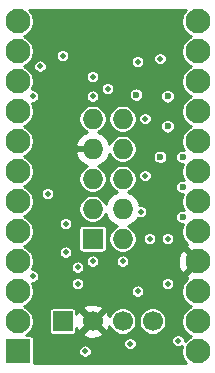
<source format=gbr>
%TF.GenerationSoftware,KiCad,Pcbnew,5.1.7+dfsg1-1~bpo10+1*%
%TF.CreationDate,Date%
%TF.ProjectId,ProMicro_CONN,50726f4d-6963-4726-9f5f-434f4e4e2e6b,v1.4*%
%TF.SameCoordinates,Original*%
%TF.FileFunction,Copper,L3,Inr*%
%TF.FilePolarity,Positive*%
%FSLAX46Y46*%
G04 Gerber Fmt 4.6, Leading zero omitted, Abs format (unit mm)*
G04 Created by KiCad*
%MOMM*%
%LPD*%
G01*
G04 APERTURE LIST*
%TA.AperFunction,ComponentPad*%
%ADD10O,1.727200X1.727200*%
%TD*%
%TA.AperFunction,ComponentPad*%
%ADD11R,1.727200X1.727200*%
%TD*%
%TA.AperFunction,ComponentPad*%
%ADD12R,2.100000X2.100000*%
%TD*%
%TA.AperFunction,ComponentPad*%
%ADD13C,2.100000*%
%TD*%
%TA.AperFunction,ComponentPad*%
%ADD14C,1.700000*%
%TD*%
%TA.AperFunction,ComponentPad*%
%ADD15R,1.700000X1.700000*%
%TD*%
%TA.AperFunction,ViaPad*%
%ADD16C,0.600000*%
%TD*%
%TA.AperFunction,ViaPad*%
%ADD17C,0.500000*%
%TD*%
%TA.AperFunction,Conductor*%
%ADD18C,0.254000*%
%TD*%
%TA.AperFunction,Conductor*%
%ADD19C,0.100000*%
%TD*%
%ADD20C,0.300000*%
%ADD21C,0.200000*%
%ADD22C,0.350000*%
G04 APERTURE END LIST*
D10*
%TO.N,GND*%
%TO.C,J1*%
X8890000Y19685000D03*
%TO.N,TDI*%
X6350000Y19685000D03*
%TO.N,Net-(J1-Pad8)*%
X8890000Y17145000D03*
%TO.N,+3V3*%
X6350000Y17145000D03*
%TO.N,~RST*%
X8890000Y14605000D03*
%TO.N,TMS*%
X6350000Y14605000D03*
%TO.N,+3V3*%
X8890000Y12065000D03*
%TO.N,TDO*%
X6350000Y12065000D03*
%TO.N,GND*%
X8890000Y9525000D03*
D11*
%TO.N,TCK*%
X6350000Y9525000D03*
%TD*%
D12*
%TO.N,RXD*%
%TO.C,A1*%
X0Y0D03*
D13*
%TO.N,TXD*%
X0Y2540000D03*
%TO.N,GND*%
X0Y5080000D03*
%TO.N,Net-(A1-Pad13)*%
X15240000Y27940000D03*
%TO.N,GND*%
X0Y7620000D03*
%TO.N,COPI*%
X15240000Y25400000D03*
%TO.N,SDA*%
X0Y10160000D03*
%TO.N,CIPO*%
X15240000Y22860000D03*
%TO.N,SCL*%
X0Y12700000D03*
%TO.N,SCK*%
X15240000Y20320000D03*
%TO.N,Net-(A1-Pad7)*%
X0Y15240000D03*
%TO.N,TDI*%
X15240000Y17780000D03*
%TO.N,Net-(A1-Pad8)*%
X0Y17780000D03*
%TO.N,TDO*%
X15240000Y15240000D03*
%TO.N,BTN*%
X0Y20320000D03*
%TO.N,TMS*%
X15240000Y12700000D03*
%TO.N,Net-(A1-Pad10)*%
X0Y22860000D03*
%TO.N,TCK*%
X15240000Y10160000D03*
%TO.N,Net-(A1-Pad11)*%
X0Y25400000D03*
%TO.N,+3V3*%
X15240000Y7620000D03*
%TO.N,CS1*%
X0Y27940000D03*
%TO.N,~RST*%
X15240000Y5080000D03*
%TO.N,GND*%
X15240000Y2540000D03*
%TO.N,+5V*%
X15240000Y0D03*
%TD*%
D14*
%TO.N,SDA*%
%TO.C,J3*%
X11430000Y2540000D03*
%TO.N,SCL*%
X8890000Y2540000D03*
%TO.N,+3V3*%
X6350000Y2540000D03*
D15*
%TO.N,GND*%
X3810000Y2540000D03*
%TD*%
D16*
%TO.N,GND*%
X12700000Y21590000D03*
X12700000Y19050000D03*
X12065000Y16446548D03*
X13970000Y16446548D03*
X13970000Y11366548D03*
X13970000Y13906548D03*
D17*
X10160000Y5080000D03*
D16*
X10033000Y21717000D03*
D17*
X6350000Y21590000D03*
X1270000Y21590000D03*
X5715000Y0D03*
X6350000Y7620000D03*
X11176000Y9525000D03*
X3810000Y25019000D03*
X10414000Y11811000D03*
X4064000Y10795000D03*
X4064000Y8382000D03*
X5080000Y5715000D03*
X13589000Y889000D03*
X9525000Y635000D03*
D16*
%TO.N,+3V3*%
X10287000Y7620000D03*
X2973596Y22908904D03*
D17*
%TO.N,RXD*%
X5080000Y7112000D03*
X7620012Y22225000D03*
%TO.N,TXD*%
X2540000Y13335000D03*
%TO.N,SDA*%
X12700000Y9525000D03*
X10795000Y19685000D03*
X10795000Y14859000D03*
%TO.N,CIPO*%
X10160000Y24511000D03*
%TO.N,BTN*%
X1270000Y6350000D03*
%TO.N,CS1*%
X12065001Y24764999D03*
X1905000Y24130000D03*
X6350000Y23241000D03*
%TO.N,~RST*%
X8890000Y7620000D03*
X12700000Y5715000D03*
%TD*%
D18*
%TO.N,+3V3*%
X14170414Y28817787D02*
X14019718Y28592254D01*
X13915917Y28341656D01*
X13863000Y28075623D01*
X13863000Y27804377D01*
X13915917Y27538344D01*
X14019718Y27287746D01*
X14170414Y27062213D01*
X14362213Y26870414D01*
X14587746Y26719718D01*
X14707776Y26670000D01*
X14587746Y26620282D01*
X14362213Y26469586D01*
X14170414Y26277787D01*
X14019718Y26052254D01*
X13915917Y25801656D01*
X13863000Y25535623D01*
X13863000Y25264377D01*
X13915917Y24998344D01*
X14019718Y24747746D01*
X14170414Y24522213D01*
X14362213Y24330414D01*
X14587746Y24179718D01*
X14707776Y24130000D01*
X14587746Y24080282D01*
X14362213Y23929586D01*
X14170414Y23737787D01*
X14019718Y23512254D01*
X13915917Y23261656D01*
X13863000Y22995623D01*
X13863000Y22724377D01*
X13915917Y22458344D01*
X14019718Y22207746D01*
X14170414Y21982213D01*
X14362213Y21790414D01*
X14587746Y21639718D01*
X14707776Y21590000D01*
X14587746Y21540282D01*
X14362213Y21389586D01*
X14170414Y21197787D01*
X14019718Y20972254D01*
X13915917Y20721656D01*
X13863000Y20455623D01*
X13863000Y20184377D01*
X13915917Y19918344D01*
X14019718Y19667746D01*
X14170414Y19442213D01*
X14362213Y19250414D01*
X14587746Y19099718D01*
X14707776Y19050000D01*
X14587746Y19000282D01*
X14362213Y18849586D01*
X14170414Y18657787D01*
X14019718Y18432254D01*
X13915917Y18181656D01*
X13863000Y17915623D01*
X13863000Y17644377D01*
X13915917Y17378344D01*
X14019718Y17127746D01*
X14059638Y17068002D01*
X14031754Y17073548D01*
X13908246Y17073548D01*
X13787111Y17049453D01*
X13673004Y17002188D01*
X13570311Y16933571D01*
X13482977Y16846237D01*
X13414360Y16743544D01*
X13367095Y16629437D01*
X13343000Y16508302D01*
X13343000Y16384794D01*
X13367095Y16263659D01*
X13414360Y16149552D01*
X13482977Y16046859D01*
X13570311Y15959525D01*
X13673004Y15890908D01*
X13787111Y15843643D01*
X13908246Y15819548D01*
X13989602Y15819548D01*
X13915917Y15641656D01*
X13863000Y15375623D01*
X13863000Y15104377D01*
X13915917Y14838344D01*
X14019718Y14587746D01*
X14059638Y14528002D01*
X14031754Y14533548D01*
X13908246Y14533548D01*
X13787111Y14509453D01*
X13673004Y14462188D01*
X13570311Y14393571D01*
X13482977Y14306237D01*
X13414360Y14203544D01*
X13367095Y14089437D01*
X13343000Y13968302D01*
X13343000Y13844794D01*
X13367095Y13723659D01*
X13414360Y13609552D01*
X13482977Y13506859D01*
X13570311Y13419525D01*
X13673004Y13350908D01*
X13787111Y13303643D01*
X13908246Y13279548D01*
X13989602Y13279548D01*
X13915917Y13101656D01*
X13863000Y12835623D01*
X13863000Y12564377D01*
X13915917Y12298344D01*
X14019718Y12047746D01*
X14059638Y11988002D01*
X14031754Y11993548D01*
X13908246Y11993548D01*
X13787111Y11969453D01*
X13673004Y11922188D01*
X13570311Y11853571D01*
X13482977Y11766237D01*
X13414360Y11663544D01*
X13367095Y11549437D01*
X13343000Y11428302D01*
X13343000Y11304794D01*
X13367095Y11183659D01*
X13414360Y11069552D01*
X13482977Y10966859D01*
X13570311Y10879525D01*
X13673004Y10810908D01*
X13787111Y10763643D01*
X13908246Y10739548D01*
X13989602Y10739548D01*
X13915917Y10561656D01*
X13863000Y10295623D01*
X13863000Y10024377D01*
X13915917Y9758344D01*
X14019718Y9507746D01*
X14170414Y9282213D01*
X14362213Y9090414D01*
X14381743Y9077365D01*
X14350339Y9060579D01*
X14248539Y8791066D01*
X15240000Y7799605D01*
X15254143Y7813747D01*
X15433748Y7634142D01*
X15419605Y7620000D01*
X15433748Y7605857D01*
X15254143Y7426252D01*
X15240000Y7440395D01*
X14248539Y6448934D01*
X14350339Y6179421D01*
X14382969Y6163455D01*
X14362213Y6149586D01*
X14170414Y5957787D01*
X14019718Y5732254D01*
X13915917Y5481656D01*
X13863000Y5215623D01*
X13863000Y4944377D01*
X13915917Y4678344D01*
X14019718Y4427746D01*
X14170414Y4202213D01*
X14362213Y4010414D01*
X14587746Y3859718D01*
X14707776Y3810000D01*
X14587746Y3760282D01*
X14362213Y3609586D01*
X14170414Y3417787D01*
X14019718Y3192254D01*
X13915917Y2941656D01*
X13863000Y2675623D01*
X13863000Y2404377D01*
X13915917Y2138344D01*
X14019718Y1887746D01*
X14170414Y1662213D01*
X14362213Y1470414D01*
X14587746Y1319718D01*
X14707776Y1270000D01*
X14587746Y1220282D01*
X14362213Y1069586D01*
X14170414Y877787D01*
X14166000Y871181D01*
X14166000Y945830D01*
X14143826Y1057305D01*
X14100331Y1162312D01*
X14037185Y1256816D01*
X13956816Y1337185D01*
X13862312Y1400331D01*
X13757305Y1443826D01*
X13645830Y1466000D01*
X13532170Y1466000D01*
X13420695Y1443826D01*
X13315688Y1400331D01*
X13221184Y1337185D01*
X13140815Y1256816D01*
X13077669Y1162312D01*
X13034174Y1057305D01*
X13012000Y945830D01*
X13012000Y832170D01*
X13034174Y720695D01*
X13077669Y615688D01*
X13140815Y521184D01*
X13221184Y440815D01*
X13315688Y377669D01*
X13420695Y334174D01*
X13532170Y312000D01*
X13645830Y312000D01*
X13757305Y334174D01*
X13862312Y377669D01*
X13922693Y418015D01*
X13915917Y401656D01*
X13863000Y135623D01*
X13863000Y-135623D01*
X13915917Y-401656D01*
X14019718Y-652254D01*
X14170414Y-877787D01*
X14260627Y-968000D01*
X1378582Y-968000D01*
X1378582Y56830D01*
X5138000Y56830D01*
X5138000Y-56830D01*
X5160174Y-168305D01*
X5203669Y-273312D01*
X5266815Y-367816D01*
X5347184Y-448185D01*
X5441688Y-511331D01*
X5546695Y-554826D01*
X5658170Y-577000D01*
X5771830Y-577000D01*
X5883305Y-554826D01*
X5988312Y-511331D01*
X6082816Y-448185D01*
X6163185Y-367816D01*
X6226331Y-273312D01*
X6269826Y-168305D01*
X6292000Y-56830D01*
X6292000Y56830D01*
X6269826Y168305D01*
X6226331Y273312D01*
X6163185Y367816D01*
X6082816Y448185D01*
X5988312Y511331D01*
X5883305Y554826D01*
X5771830Y577000D01*
X5658170Y577000D01*
X5546695Y554826D01*
X5441688Y511331D01*
X5347184Y448185D01*
X5266815Y367816D01*
X5203669Y273312D01*
X5160174Y168305D01*
X5138000Y56830D01*
X1378582Y56830D01*
X1378582Y691830D01*
X8948000Y691830D01*
X8948000Y578170D01*
X8970174Y466695D01*
X9013669Y361688D01*
X9076815Y267184D01*
X9157184Y186815D01*
X9251688Y123669D01*
X9356695Y80174D01*
X9468170Y58000D01*
X9581830Y58000D01*
X9693305Y80174D01*
X9798312Y123669D01*
X9892816Y186815D01*
X9973185Y267184D01*
X10036331Y361688D01*
X10079826Y466695D01*
X10102000Y578170D01*
X10102000Y691830D01*
X10079826Y803305D01*
X10036331Y908312D01*
X9973185Y1002816D01*
X9892816Y1083185D01*
X9798312Y1146331D01*
X9693305Y1189826D01*
X9581830Y1212000D01*
X9468170Y1212000D01*
X9356695Y1189826D01*
X9251688Y1146331D01*
X9157184Y1083185D01*
X9076815Y1002816D01*
X9013669Y908312D01*
X8970174Y803305D01*
X8948000Y691830D01*
X1378582Y691830D01*
X1378582Y1050000D01*
X1372268Y1114103D01*
X1353570Y1175743D01*
X1323206Y1232550D01*
X1282343Y1282343D01*
X1232550Y1323206D01*
X1175743Y1353570D01*
X1114103Y1372268D01*
X1050000Y1378582D01*
X740350Y1378582D01*
X877787Y1470414D01*
X1069586Y1662213D01*
X1220282Y1887746D01*
X1324083Y2138344D01*
X1377000Y2404377D01*
X1377000Y2675623D01*
X1324083Y2941656D01*
X1220282Y3192254D01*
X1088153Y3390000D01*
X2631418Y3390000D01*
X2631418Y1690000D01*
X2637732Y1625897D01*
X2656430Y1564257D01*
X2686794Y1507450D01*
X2727657Y1457657D01*
X2777450Y1416794D01*
X2834257Y1386430D01*
X2895897Y1367732D01*
X2960000Y1361418D01*
X4660000Y1361418D01*
X4724103Y1367732D01*
X4785743Y1386430D01*
X4842550Y1416794D01*
X4892343Y1457657D01*
X4933206Y1507450D01*
X4935425Y1511603D01*
X5501208Y1511603D01*
X5578843Y1262528D01*
X5842883Y1136629D01*
X6126411Y1064661D01*
X6418531Y1049389D01*
X6708019Y1091401D01*
X6983747Y1189081D01*
X7121157Y1262528D01*
X7198792Y1511603D01*
X6350000Y2360395D01*
X5501208Y1511603D01*
X4935425Y1511603D01*
X4963570Y1564257D01*
X4982268Y1625897D01*
X4988582Y1690000D01*
X4988582Y1935889D01*
X4999081Y1906253D01*
X5072528Y1768843D01*
X5321603Y1691208D01*
X6170395Y2540000D01*
X6529605Y2540000D01*
X7378397Y1691208D01*
X7627472Y1768843D01*
X7753371Y2032883D01*
X7780997Y2141720D01*
X7846956Y1982481D01*
X7975764Y1789706D01*
X8139706Y1625764D01*
X8332481Y1496956D01*
X8546682Y1408231D01*
X8774076Y1363000D01*
X9005924Y1363000D01*
X9233318Y1408231D01*
X9447519Y1496956D01*
X9640294Y1625764D01*
X9804236Y1789706D01*
X9933044Y1982481D01*
X10021769Y2196682D01*
X10067000Y2424076D01*
X10067000Y2655924D01*
X10253000Y2655924D01*
X10253000Y2424076D01*
X10298231Y2196682D01*
X10386956Y1982481D01*
X10515764Y1789706D01*
X10679706Y1625764D01*
X10872481Y1496956D01*
X11086682Y1408231D01*
X11314076Y1363000D01*
X11545924Y1363000D01*
X11773318Y1408231D01*
X11987519Y1496956D01*
X12180294Y1625764D01*
X12344236Y1789706D01*
X12473044Y1982481D01*
X12561769Y2196682D01*
X12607000Y2424076D01*
X12607000Y2655924D01*
X12561769Y2883318D01*
X12473044Y3097519D01*
X12344236Y3290294D01*
X12180294Y3454236D01*
X11987519Y3583044D01*
X11773318Y3671769D01*
X11545924Y3717000D01*
X11314076Y3717000D01*
X11086682Y3671769D01*
X10872481Y3583044D01*
X10679706Y3454236D01*
X10515764Y3290294D01*
X10386956Y3097519D01*
X10298231Y2883318D01*
X10253000Y2655924D01*
X10067000Y2655924D01*
X10021769Y2883318D01*
X9933044Y3097519D01*
X9804236Y3290294D01*
X9640294Y3454236D01*
X9447519Y3583044D01*
X9233318Y3671769D01*
X9005924Y3717000D01*
X8774076Y3717000D01*
X8546682Y3671769D01*
X8332481Y3583044D01*
X8139706Y3454236D01*
X7975764Y3290294D01*
X7846956Y3097519D01*
X7782797Y2942625D01*
X7700919Y3173747D01*
X7627472Y3311157D01*
X7378397Y3388792D01*
X6529605Y2540000D01*
X6170395Y2540000D01*
X5321603Y3388792D01*
X5072528Y3311157D01*
X4988582Y3135102D01*
X4988582Y3390000D01*
X4982268Y3454103D01*
X4963570Y3515743D01*
X4935426Y3568397D01*
X5501208Y3568397D01*
X6350000Y2719605D01*
X7198792Y3568397D01*
X7121157Y3817472D01*
X6857117Y3943371D01*
X6573589Y4015339D01*
X6281469Y4030611D01*
X5991981Y3988599D01*
X5716253Y3890919D01*
X5578843Y3817472D01*
X5501208Y3568397D01*
X4935426Y3568397D01*
X4933206Y3572550D01*
X4892343Y3622343D01*
X4842550Y3663206D01*
X4785743Y3693570D01*
X4724103Y3712268D01*
X4660000Y3718582D01*
X2960000Y3718582D01*
X2895897Y3712268D01*
X2834257Y3693570D01*
X2777450Y3663206D01*
X2727657Y3622343D01*
X2686794Y3572550D01*
X2656430Y3515743D01*
X2637732Y3454103D01*
X2631418Y3390000D01*
X1088153Y3390000D01*
X1069586Y3417787D01*
X877787Y3609586D01*
X652254Y3760282D01*
X532224Y3810000D01*
X652254Y3859718D01*
X877787Y4010414D01*
X1069586Y4202213D01*
X1220282Y4427746D01*
X1324083Y4678344D01*
X1377000Y4944377D01*
X1377000Y5136830D01*
X9583000Y5136830D01*
X9583000Y5023170D01*
X9605174Y4911695D01*
X9648669Y4806688D01*
X9711815Y4712184D01*
X9792184Y4631815D01*
X9886688Y4568669D01*
X9991695Y4525174D01*
X10103170Y4503000D01*
X10216830Y4503000D01*
X10328305Y4525174D01*
X10433312Y4568669D01*
X10527816Y4631815D01*
X10608185Y4712184D01*
X10671331Y4806688D01*
X10714826Y4911695D01*
X10737000Y5023170D01*
X10737000Y5136830D01*
X10714826Y5248305D01*
X10671331Y5353312D01*
X10608185Y5447816D01*
X10527816Y5528185D01*
X10433312Y5591331D01*
X10328305Y5634826D01*
X10216830Y5657000D01*
X10103170Y5657000D01*
X9991695Y5634826D01*
X9886688Y5591331D01*
X9792184Y5528185D01*
X9711815Y5447816D01*
X9648669Y5353312D01*
X9605174Y5248305D01*
X9583000Y5136830D01*
X1377000Y5136830D01*
X1377000Y5215623D01*
X1324083Y5481656D01*
X1220282Y5732254D01*
X1193838Y5771830D01*
X4503000Y5771830D01*
X4503000Y5658170D01*
X4525174Y5546695D01*
X4568669Y5441688D01*
X4631815Y5347184D01*
X4712184Y5266815D01*
X4806688Y5203669D01*
X4911695Y5160174D01*
X5023170Y5138000D01*
X5136830Y5138000D01*
X5248305Y5160174D01*
X5353312Y5203669D01*
X5447816Y5266815D01*
X5528185Y5347184D01*
X5591331Y5441688D01*
X5634826Y5546695D01*
X5657000Y5658170D01*
X5657000Y5771830D01*
X12123000Y5771830D01*
X12123000Y5658170D01*
X12145174Y5546695D01*
X12188669Y5441688D01*
X12251815Y5347184D01*
X12332184Y5266815D01*
X12426688Y5203669D01*
X12531695Y5160174D01*
X12643170Y5138000D01*
X12756830Y5138000D01*
X12868305Y5160174D01*
X12973312Y5203669D01*
X13067816Y5266815D01*
X13148185Y5347184D01*
X13211331Y5441688D01*
X13254826Y5546695D01*
X13277000Y5658170D01*
X13277000Y5771830D01*
X13254826Y5883305D01*
X13211331Y5988312D01*
X13148185Y6082816D01*
X13067816Y6163185D01*
X12973312Y6226331D01*
X12868305Y6269826D01*
X12756830Y6292000D01*
X12643170Y6292000D01*
X12531695Y6269826D01*
X12426688Y6226331D01*
X12332184Y6163185D01*
X12251815Y6082816D01*
X12188669Y5988312D01*
X12145174Y5883305D01*
X12123000Y5771830D01*
X5657000Y5771830D01*
X5634826Y5883305D01*
X5591331Y5988312D01*
X5528185Y6082816D01*
X5447816Y6163185D01*
X5353312Y6226331D01*
X5248305Y6269826D01*
X5136830Y6292000D01*
X5023170Y6292000D01*
X4911695Y6269826D01*
X4806688Y6226331D01*
X4712184Y6163185D01*
X4631815Y6082816D01*
X4568669Y5988312D01*
X4525174Y5883305D01*
X4503000Y5771830D01*
X1193838Y5771830D01*
X1189973Y5777614D01*
X1213170Y5773000D01*
X1326830Y5773000D01*
X1438305Y5795174D01*
X1543312Y5838669D01*
X1637816Y5901815D01*
X1718185Y5982184D01*
X1781331Y6076688D01*
X1824826Y6181695D01*
X1847000Y6293170D01*
X1847000Y6406830D01*
X1824826Y6518305D01*
X1781331Y6623312D01*
X1718185Y6717816D01*
X1637816Y6798185D01*
X1543312Y6861331D01*
X1438305Y6904826D01*
X1326830Y6927000D01*
X1213170Y6927000D01*
X1189973Y6922386D01*
X1220282Y6967746D01*
X1303573Y7168830D01*
X4503000Y7168830D01*
X4503000Y7055170D01*
X4525174Y6943695D01*
X4568669Y6838688D01*
X4631815Y6744184D01*
X4712184Y6663815D01*
X4806688Y6600669D01*
X4911695Y6557174D01*
X5023170Y6535000D01*
X5136830Y6535000D01*
X5248305Y6557174D01*
X5353312Y6600669D01*
X5447816Y6663815D01*
X5528185Y6744184D01*
X5591331Y6838688D01*
X5634826Y6943695D01*
X5657000Y7055170D01*
X5657000Y7168830D01*
X5634826Y7280305D01*
X5591331Y7385312D01*
X5528185Y7479816D01*
X5447816Y7560185D01*
X5353312Y7623331D01*
X5248305Y7666826D01*
X5198013Y7676830D01*
X5773000Y7676830D01*
X5773000Y7563170D01*
X5795174Y7451695D01*
X5838669Y7346688D01*
X5901815Y7252184D01*
X5982184Y7171815D01*
X6076688Y7108669D01*
X6181695Y7065174D01*
X6293170Y7043000D01*
X6406830Y7043000D01*
X6518305Y7065174D01*
X6623312Y7108669D01*
X6717816Y7171815D01*
X6798185Y7252184D01*
X6861331Y7346688D01*
X6904826Y7451695D01*
X6927000Y7563170D01*
X6927000Y7676830D01*
X8313000Y7676830D01*
X8313000Y7563170D01*
X8335174Y7451695D01*
X8378669Y7346688D01*
X8441815Y7252184D01*
X8522184Y7171815D01*
X8616688Y7108669D01*
X8721695Y7065174D01*
X8833170Y7043000D01*
X8946830Y7043000D01*
X9058305Y7065174D01*
X9163312Y7108669D01*
X9257816Y7171815D01*
X9338185Y7252184D01*
X9401331Y7346688D01*
X9444826Y7451695D01*
X9466246Y7559383D01*
X13547934Y7559383D01*
X13592272Y7230443D01*
X13699931Y6916473D01*
X13799421Y6730339D01*
X14068934Y6628539D01*
X15060395Y7620000D01*
X14068934Y8611461D01*
X13799421Y8509661D01*
X13653537Y8211523D01*
X13568620Y7890654D01*
X13547934Y7559383D01*
X9466246Y7559383D01*
X9467000Y7563170D01*
X9467000Y7676830D01*
X9444826Y7788305D01*
X9401331Y7893312D01*
X9338185Y7987816D01*
X9257816Y8068185D01*
X9163312Y8131331D01*
X9058305Y8174826D01*
X8946830Y8197000D01*
X8833170Y8197000D01*
X8721695Y8174826D01*
X8616688Y8131331D01*
X8522184Y8068185D01*
X8441815Y7987816D01*
X8378669Y7893312D01*
X8335174Y7788305D01*
X8313000Y7676830D01*
X6927000Y7676830D01*
X6904826Y7788305D01*
X6861331Y7893312D01*
X6798185Y7987816D01*
X6717816Y8068185D01*
X6623312Y8131331D01*
X6518305Y8174826D01*
X6406830Y8197000D01*
X6293170Y8197000D01*
X6181695Y8174826D01*
X6076688Y8131331D01*
X5982184Y8068185D01*
X5901815Y7987816D01*
X5838669Y7893312D01*
X5795174Y7788305D01*
X5773000Y7676830D01*
X5198013Y7676830D01*
X5136830Y7689000D01*
X5023170Y7689000D01*
X4911695Y7666826D01*
X4806688Y7623331D01*
X4712184Y7560185D01*
X4631815Y7479816D01*
X4568669Y7385312D01*
X4525174Y7280305D01*
X4503000Y7168830D01*
X1303573Y7168830D01*
X1324083Y7218344D01*
X1377000Y7484377D01*
X1377000Y7755623D01*
X1324083Y8021656D01*
X1220282Y8272254D01*
X1108980Y8438830D01*
X3487000Y8438830D01*
X3487000Y8325170D01*
X3509174Y8213695D01*
X3552669Y8108688D01*
X3615815Y8014184D01*
X3696184Y7933815D01*
X3790688Y7870669D01*
X3895695Y7827174D01*
X4007170Y7805000D01*
X4120830Y7805000D01*
X4232305Y7827174D01*
X4337312Y7870669D01*
X4431816Y7933815D01*
X4512185Y8014184D01*
X4575331Y8108688D01*
X4618826Y8213695D01*
X4641000Y8325170D01*
X4641000Y8438830D01*
X4618826Y8550305D01*
X4575331Y8655312D01*
X4512185Y8749816D01*
X4431816Y8830185D01*
X4337312Y8893331D01*
X4232305Y8936826D01*
X4120830Y8959000D01*
X4007170Y8959000D01*
X3895695Y8936826D01*
X3790688Y8893331D01*
X3696184Y8830185D01*
X3615815Y8749816D01*
X3552669Y8655312D01*
X3509174Y8550305D01*
X3487000Y8438830D01*
X1108980Y8438830D01*
X1069586Y8497787D01*
X877787Y8689586D01*
X652254Y8840282D01*
X532224Y8890000D01*
X652254Y8939718D01*
X877787Y9090414D01*
X1069586Y9282213D01*
X1220282Y9507746D01*
X1324083Y9758344D01*
X1377000Y10024377D01*
X1377000Y10295623D01*
X1324083Y10561656D01*
X1220282Y10812254D01*
X1193839Y10851830D01*
X3487000Y10851830D01*
X3487000Y10738170D01*
X3509174Y10626695D01*
X3552669Y10521688D01*
X3615815Y10427184D01*
X3696184Y10346815D01*
X3790688Y10283669D01*
X3895695Y10240174D01*
X4007170Y10218000D01*
X4120830Y10218000D01*
X4232305Y10240174D01*
X4337312Y10283669D01*
X4431816Y10346815D01*
X4473601Y10388600D01*
X5157818Y10388600D01*
X5157818Y8661400D01*
X5164132Y8597297D01*
X5182830Y8535657D01*
X5213194Y8478850D01*
X5254057Y8429057D01*
X5303850Y8388194D01*
X5360657Y8357830D01*
X5422297Y8339132D01*
X5486400Y8332818D01*
X7213600Y8332818D01*
X7277703Y8339132D01*
X7339343Y8357830D01*
X7396150Y8388194D01*
X7445943Y8429057D01*
X7486806Y8478850D01*
X7517170Y8535657D01*
X7535868Y8597297D01*
X7542182Y8661400D01*
X7542182Y10388600D01*
X7535868Y10452703D01*
X7517170Y10514343D01*
X7486806Y10571150D01*
X7445943Y10620943D01*
X7396150Y10661806D01*
X7339343Y10692170D01*
X7277703Y10710868D01*
X7213600Y10717182D01*
X5486400Y10717182D01*
X5422297Y10710868D01*
X5360657Y10692170D01*
X5303850Y10661806D01*
X5254057Y10620943D01*
X5213194Y10571150D01*
X5182830Y10514343D01*
X5164132Y10452703D01*
X5157818Y10388600D01*
X4473601Y10388600D01*
X4512185Y10427184D01*
X4575331Y10521688D01*
X4618826Y10626695D01*
X4641000Y10738170D01*
X4641000Y10851830D01*
X4618826Y10963305D01*
X4575331Y11068312D01*
X4512185Y11162816D01*
X4431816Y11243185D01*
X4337312Y11306331D01*
X4232305Y11349826D01*
X4120830Y11372000D01*
X4007170Y11372000D01*
X3895695Y11349826D01*
X3790688Y11306331D01*
X3696184Y11243185D01*
X3615815Y11162816D01*
X3552669Y11068312D01*
X3509174Y10963305D01*
X3487000Y10851830D01*
X1193839Y10851830D01*
X1069586Y11037787D01*
X877787Y11229586D01*
X652254Y11380282D01*
X532224Y11430000D01*
X652254Y11479718D01*
X877787Y11630414D01*
X1069586Y11822213D01*
X1220282Y12047746D01*
X1276001Y12182264D01*
X5159400Y12182264D01*
X5159400Y11947736D01*
X5205154Y11717715D01*
X5294904Y11501039D01*
X5425200Y11306037D01*
X5591037Y11140200D01*
X5786039Y11009904D01*
X6002715Y10920154D01*
X6232736Y10874400D01*
X6467264Y10874400D01*
X6697285Y10920154D01*
X6913961Y11009904D01*
X7108963Y11140200D01*
X7274800Y11306037D01*
X7405096Y11501039D01*
X7458267Y11629404D01*
X7480778Y11555186D01*
X7607316Y11290056D01*
X7783146Y11054707D01*
X8001512Y10858183D01*
X8254022Y10708036D01*
X8459435Y10635351D01*
X8326039Y10580096D01*
X8131037Y10449800D01*
X7965200Y10283963D01*
X7834904Y10088961D01*
X7745154Y9872285D01*
X7699400Y9642264D01*
X7699400Y9407736D01*
X7745154Y9177715D01*
X7834904Y8961039D01*
X7965200Y8766037D01*
X8131037Y8600200D01*
X8326039Y8469904D01*
X8542715Y8380154D01*
X8772736Y8334400D01*
X9007264Y8334400D01*
X9237285Y8380154D01*
X9453961Y8469904D01*
X9648963Y8600200D01*
X9814800Y8766037D01*
X9945096Y8961039D01*
X10034846Y9177715D01*
X10080600Y9407736D01*
X10080600Y9581830D01*
X10599000Y9581830D01*
X10599000Y9468170D01*
X10621174Y9356695D01*
X10664669Y9251688D01*
X10727815Y9157184D01*
X10808184Y9076815D01*
X10902688Y9013669D01*
X11007695Y8970174D01*
X11119170Y8948000D01*
X11232830Y8948000D01*
X11344305Y8970174D01*
X11449312Y9013669D01*
X11543816Y9076815D01*
X11624185Y9157184D01*
X11687331Y9251688D01*
X11730826Y9356695D01*
X11753000Y9468170D01*
X11753000Y9581830D01*
X12123000Y9581830D01*
X12123000Y9468170D01*
X12145174Y9356695D01*
X12188669Y9251688D01*
X12251815Y9157184D01*
X12332184Y9076815D01*
X12426688Y9013669D01*
X12531695Y8970174D01*
X12643170Y8948000D01*
X12756830Y8948000D01*
X12868305Y8970174D01*
X12973312Y9013669D01*
X13067816Y9076815D01*
X13148185Y9157184D01*
X13211331Y9251688D01*
X13254826Y9356695D01*
X13277000Y9468170D01*
X13277000Y9581830D01*
X13254826Y9693305D01*
X13211331Y9798312D01*
X13148185Y9892816D01*
X13067816Y9973185D01*
X12973312Y10036331D01*
X12868305Y10079826D01*
X12756830Y10102000D01*
X12643170Y10102000D01*
X12531695Y10079826D01*
X12426688Y10036331D01*
X12332184Y9973185D01*
X12251815Y9892816D01*
X12188669Y9798312D01*
X12145174Y9693305D01*
X12123000Y9581830D01*
X11753000Y9581830D01*
X11730826Y9693305D01*
X11687331Y9798312D01*
X11624185Y9892816D01*
X11543816Y9973185D01*
X11449312Y10036331D01*
X11344305Y10079826D01*
X11232830Y10102000D01*
X11119170Y10102000D01*
X11007695Y10079826D01*
X10902688Y10036331D01*
X10808184Y9973185D01*
X10727815Y9892816D01*
X10664669Y9798312D01*
X10621174Y9693305D01*
X10599000Y9581830D01*
X10080600Y9581830D01*
X10080600Y9642264D01*
X10034846Y9872285D01*
X9945096Y10088961D01*
X9814800Y10283963D01*
X9648963Y10449800D01*
X9453961Y10580096D01*
X9320565Y10635351D01*
X9525978Y10708036D01*
X9778488Y10858183D01*
X9996854Y11054707D01*
X10170607Y11287276D01*
X10245695Y11256174D01*
X10357170Y11234000D01*
X10470830Y11234000D01*
X10582305Y11256174D01*
X10687312Y11299669D01*
X10781816Y11362815D01*
X10862185Y11443184D01*
X10925331Y11537688D01*
X10968826Y11642695D01*
X10991000Y11754170D01*
X10991000Y11867830D01*
X10968826Y11979305D01*
X10925331Y12084312D01*
X10862185Y12178816D01*
X10781816Y12259185D01*
X10687312Y12322331D01*
X10582305Y12365826D01*
X10470830Y12388000D01*
X10357170Y12388000D01*
X10322554Y12381114D01*
X10344958Y12424026D01*
X10299222Y12574814D01*
X10172684Y12839944D01*
X9996854Y13075293D01*
X9778488Y13271817D01*
X9525978Y13421964D01*
X9320565Y13494649D01*
X9453961Y13549904D01*
X9648963Y13680200D01*
X9814800Y13846037D01*
X9945096Y14041039D01*
X10034846Y14257715D01*
X10080600Y14487736D01*
X10080600Y14722264D01*
X10042098Y14915830D01*
X10218000Y14915830D01*
X10218000Y14802170D01*
X10240174Y14690695D01*
X10283669Y14585688D01*
X10346815Y14491184D01*
X10427184Y14410815D01*
X10521688Y14347669D01*
X10626695Y14304174D01*
X10738170Y14282000D01*
X10851830Y14282000D01*
X10963305Y14304174D01*
X11068312Y14347669D01*
X11162816Y14410815D01*
X11243185Y14491184D01*
X11306331Y14585688D01*
X11349826Y14690695D01*
X11372000Y14802170D01*
X11372000Y14915830D01*
X11349826Y15027305D01*
X11306331Y15132312D01*
X11243185Y15226816D01*
X11162816Y15307185D01*
X11068312Y15370331D01*
X10963305Y15413826D01*
X10851830Y15436000D01*
X10738170Y15436000D01*
X10626695Y15413826D01*
X10521688Y15370331D01*
X10427184Y15307185D01*
X10346815Y15226816D01*
X10283669Y15132312D01*
X10240174Y15027305D01*
X10218000Y14915830D01*
X10042098Y14915830D01*
X10034846Y14952285D01*
X9945096Y15168961D01*
X9814800Y15363963D01*
X9648963Y15529800D01*
X9453961Y15660096D01*
X9237285Y15749846D01*
X9007264Y15795600D01*
X8772736Y15795600D01*
X8542715Y15749846D01*
X8326039Y15660096D01*
X8131037Y15529800D01*
X7965200Y15363963D01*
X7834904Y15168961D01*
X7745154Y14952285D01*
X7699400Y14722264D01*
X7699400Y14487736D01*
X7745154Y14257715D01*
X7834904Y14041039D01*
X7965200Y13846037D01*
X8131037Y13680200D01*
X8326039Y13549904D01*
X8459435Y13494649D01*
X8254022Y13421964D01*
X8001512Y13271817D01*
X7783146Y13075293D01*
X7607316Y12839944D01*
X7480778Y12574814D01*
X7458267Y12500596D01*
X7405096Y12628961D01*
X7274800Y12823963D01*
X7108963Y12989800D01*
X6913961Y13120096D01*
X6697285Y13209846D01*
X6467264Y13255600D01*
X6232736Y13255600D01*
X6002715Y13209846D01*
X5786039Y13120096D01*
X5591037Y12989800D01*
X5425200Y12823963D01*
X5294904Y12628961D01*
X5205154Y12412285D01*
X5159400Y12182264D01*
X1276001Y12182264D01*
X1324083Y12298344D01*
X1377000Y12564377D01*
X1377000Y12835623D01*
X1324083Y13101656D01*
X1220282Y13352254D01*
X1193839Y13391830D01*
X1963000Y13391830D01*
X1963000Y13278170D01*
X1985174Y13166695D01*
X2028669Y13061688D01*
X2091815Y12967184D01*
X2172184Y12886815D01*
X2266688Y12823669D01*
X2371695Y12780174D01*
X2483170Y12758000D01*
X2596830Y12758000D01*
X2708305Y12780174D01*
X2813312Y12823669D01*
X2907816Y12886815D01*
X2988185Y12967184D01*
X3051331Y13061688D01*
X3094826Y13166695D01*
X3117000Y13278170D01*
X3117000Y13391830D01*
X3094826Y13503305D01*
X3051331Y13608312D01*
X2988185Y13702816D01*
X2907816Y13783185D01*
X2813312Y13846331D01*
X2708305Y13889826D01*
X2596830Y13912000D01*
X2483170Y13912000D01*
X2371695Y13889826D01*
X2266688Y13846331D01*
X2172184Y13783185D01*
X2091815Y13702816D01*
X2028669Y13608312D01*
X1985174Y13503305D01*
X1963000Y13391830D01*
X1193839Y13391830D01*
X1069586Y13577787D01*
X877787Y13769586D01*
X652254Y13920282D01*
X532224Y13970000D01*
X652254Y14019718D01*
X877787Y14170414D01*
X1069586Y14362213D01*
X1220282Y14587746D01*
X1324083Y14838344D01*
X1377000Y15104377D01*
X1377000Y15375623D01*
X1324083Y15641656D01*
X1220282Y15892254D01*
X1069586Y16117787D01*
X877787Y16309586D01*
X652254Y16460282D01*
X532224Y16510000D01*
X652254Y16559718D01*
X877787Y16710414D01*
X1069586Y16902213D01*
X1220282Y17127746D01*
X1324083Y17378344D01*
X1349082Y17504026D01*
X4895042Y17504026D01*
X5016183Y17272000D01*
X6223000Y17272000D01*
X6223000Y17292000D01*
X6477000Y17292000D01*
X6477000Y17272000D01*
X6497000Y17272000D01*
X6497000Y17018000D01*
X6477000Y17018000D01*
X6477000Y16998000D01*
X6223000Y16998000D01*
X6223000Y17018000D01*
X5016183Y17018000D01*
X4895042Y16785974D01*
X4940778Y16635186D01*
X5067316Y16370056D01*
X5243146Y16134707D01*
X5461512Y15938183D01*
X5714022Y15788036D01*
X5919435Y15715351D01*
X5786039Y15660096D01*
X5591037Y15529800D01*
X5425200Y15363963D01*
X5294904Y15168961D01*
X5205154Y14952285D01*
X5159400Y14722264D01*
X5159400Y14487736D01*
X5205154Y14257715D01*
X5294904Y14041039D01*
X5425200Y13846037D01*
X5591037Y13680200D01*
X5786039Y13549904D01*
X6002715Y13460154D01*
X6232736Y13414400D01*
X6467264Y13414400D01*
X6697285Y13460154D01*
X6913961Y13549904D01*
X7108963Y13680200D01*
X7274800Y13846037D01*
X7405096Y14041039D01*
X7494846Y14257715D01*
X7540600Y14487736D01*
X7540600Y14722264D01*
X7494846Y14952285D01*
X7405096Y15168961D01*
X7274800Y15363963D01*
X7108963Y15529800D01*
X6913961Y15660096D01*
X6780565Y15715351D01*
X6985978Y15788036D01*
X7238488Y15938183D01*
X7456854Y16134707D01*
X7632684Y16370056D01*
X7759222Y16635186D01*
X7781733Y16709404D01*
X7834904Y16581039D01*
X7965200Y16386037D01*
X8131037Y16220200D01*
X8326039Y16089904D01*
X8542715Y16000154D01*
X8772736Y15954400D01*
X9007264Y15954400D01*
X9237285Y16000154D01*
X9453961Y16089904D01*
X9648963Y16220200D01*
X9814800Y16386037D01*
X9896494Y16508302D01*
X11438000Y16508302D01*
X11438000Y16384794D01*
X11462095Y16263659D01*
X11509360Y16149552D01*
X11577977Y16046859D01*
X11665311Y15959525D01*
X11768004Y15890908D01*
X11882111Y15843643D01*
X12003246Y15819548D01*
X12126754Y15819548D01*
X12247889Y15843643D01*
X12361996Y15890908D01*
X12464689Y15959525D01*
X12552023Y16046859D01*
X12620640Y16149552D01*
X12667905Y16263659D01*
X12692000Y16384794D01*
X12692000Y16508302D01*
X12667905Y16629437D01*
X12620640Y16743544D01*
X12552023Y16846237D01*
X12464689Y16933571D01*
X12361996Y17002188D01*
X12247889Y17049453D01*
X12126754Y17073548D01*
X12003246Y17073548D01*
X11882111Y17049453D01*
X11768004Y17002188D01*
X11665311Y16933571D01*
X11577977Y16846237D01*
X11509360Y16743544D01*
X11462095Y16629437D01*
X11438000Y16508302D01*
X9896494Y16508302D01*
X9945096Y16581039D01*
X10034846Y16797715D01*
X10080600Y17027736D01*
X10080600Y17262264D01*
X10034846Y17492285D01*
X9945096Y17708961D01*
X9814800Y17903963D01*
X9648963Y18069800D01*
X9453961Y18200096D01*
X9237285Y18289846D01*
X9007264Y18335600D01*
X8772736Y18335600D01*
X8542715Y18289846D01*
X8326039Y18200096D01*
X8131037Y18069800D01*
X7965200Y17903963D01*
X7834904Y17708961D01*
X7781733Y17580596D01*
X7759222Y17654814D01*
X7632684Y17919944D01*
X7456854Y18155293D01*
X7238488Y18351817D01*
X6985978Y18501964D01*
X6780565Y18574649D01*
X6913961Y18629904D01*
X7108963Y18760200D01*
X7274800Y18926037D01*
X7405096Y19121039D01*
X7494846Y19337715D01*
X7540600Y19567736D01*
X7540600Y19802264D01*
X7699400Y19802264D01*
X7699400Y19567736D01*
X7745154Y19337715D01*
X7834904Y19121039D01*
X7965200Y18926037D01*
X8131037Y18760200D01*
X8326039Y18629904D01*
X8542715Y18540154D01*
X8772736Y18494400D01*
X9007264Y18494400D01*
X9237285Y18540154D01*
X9453961Y18629904D01*
X9648963Y18760200D01*
X9814800Y18926037D01*
X9945096Y19121039D01*
X10034846Y19337715D01*
X10080600Y19567736D01*
X10080600Y19741830D01*
X10218000Y19741830D01*
X10218000Y19628170D01*
X10240174Y19516695D01*
X10283669Y19411688D01*
X10346815Y19317184D01*
X10427184Y19236815D01*
X10521688Y19173669D01*
X10626695Y19130174D01*
X10738170Y19108000D01*
X10851830Y19108000D01*
X10870702Y19111754D01*
X12073000Y19111754D01*
X12073000Y18988246D01*
X12097095Y18867111D01*
X12144360Y18753004D01*
X12212977Y18650311D01*
X12300311Y18562977D01*
X12403004Y18494360D01*
X12517111Y18447095D01*
X12638246Y18423000D01*
X12761754Y18423000D01*
X12882889Y18447095D01*
X12996996Y18494360D01*
X13099689Y18562977D01*
X13187023Y18650311D01*
X13255640Y18753004D01*
X13302905Y18867111D01*
X13327000Y18988246D01*
X13327000Y19111754D01*
X13302905Y19232889D01*
X13255640Y19346996D01*
X13187023Y19449689D01*
X13099689Y19537023D01*
X12996996Y19605640D01*
X12882889Y19652905D01*
X12761754Y19677000D01*
X12638246Y19677000D01*
X12517111Y19652905D01*
X12403004Y19605640D01*
X12300311Y19537023D01*
X12212977Y19449689D01*
X12144360Y19346996D01*
X12097095Y19232889D01*
X12073000Y19111754D01*
X10870702Y19111754D01*
X10963305Y19130174D01*
X11068312Y19173669D01*
X11162816Y19236815D01*
X11243185Y19317184D01*
X11306331Y19411688D01*
X11349826Y19516695D01*
X11372000Y19628170D01*
X11372000Y19741830D01*
X11349826Y19853305D01*
X11306331Y19958312D01*
X11243185Y20052816D01*
X11162816Y20133185D01*
X11068312Y20196331D01*
X10963305Y20239826D01*
X10851830Y20262000D01*
X10738170Y20262000D01*
X10626695Y20239826D01*
X10521688Y20196331D01*
X10427184Y20133185D01*
X10346815Y20052816D01*
X10283669Y19958312D01*
X10240174Y19853305D01*
X10218000Y19741830D01*
X10080600Y19741830D01*
X10080600Y19802264D01*
X10034846Y20032285D01*
X9945096Y20248961D01*
X9814800Y20443963D01*
X9648963Y20609800D01*
X9453961Y20740096D01*
X9237285Y20829846D01*
X9007264Y20875600D01*
X8772736Y20875600D01*
X8542715Y20829846D01*
X8326039Y20740096D01*
X8131037Y20609800D01*
X7965200Y20443963D01*
X7834904Y20248961D01*
X7745154Y20032285D01*
X7699400Y19802264D01*
X7540600Y19802264D01*
X7494846Y20032285D01*
X7405096Y20248961D01*
X7274800Y20443963D01*
X7108963Y20609800D01*
X6913961Y20740096D01*
X6697285Y20829846D01*
X6467264Y20875600D01*
X6232736Y20875600D01*
X6002715Y20829846D01*
X5786039Y20740096D01*
X5591037Y20609800D01*
X5425200Y20443963D01*
X5294904Y20248961D01*
X5205154Y20032285D01*
X5159400Y19802264D01*
X5159400Y19567736D01*
X5205154Y19337715D01*
X5294904Y19121039D01*
X5425200Y18926037D01*
X5591037Y18760200D01*
X5786039Y18629904D01*
X5919435Y18574649D01*
X5714022Y18501964D01*
X5461512Y18351817D01*
X5243146Y18155293D01*
X5067316Y17919944D01*
X4940778Y17654814D01*
X4895042Y17504026D01*
X1349082Y17504026D01*
X1377000Y17644377D01*
X1377000Y17915623D01*
X1324083Y18181656D01*
X1220282Y18432254D01*
X1069586Y18657787D01*
X877787Y18849586D01*
X652254Y19000282D01*
X532224Y19050000D01*
X652254Y19099718D01*
X877787Y19250414D01*
X1069586Y19442213D01*
X1220282Y19667746D01*
X1324083Y19918344D01*
X1377000Y20184377D01*
X1377000Y20455623D01*
X1324083Y20721656D01*
X1220282Y20972254D01*
X1189973Y21017614D01*
X1213170Y21013000D01*
X1326830Y21013000D01*
X1438305Y21035174D01*
X1543312Y21078669D01*
X1637816Y21141815D01*
X1718185Y21222184D01*
X1781331Y21316688D01*
X1824826Y21421695D01*
X1847000Y21533170D01*
X1847000Y21646830D01*
X5773000Y21646830D01*
X5773000Y21533170D01*
X5795174Y21421695D01*
X5838669Y21316688D01*
X5901815Y21222184D01*
X5982184Y21141815D01*
X6076688Y21078669D01*
X6181695Y21035174D01*
X6293170Y21013000D01*
X6406830Y21013000D01*
X6518305Y21035174D01*
X6623312Y21078669D01*
X6717816Y21141815D01*
X6798185Y21222184D01*
X6861331Y21316688D01*
X6904826Y21421695D01*
X6927000Y21533170D01*
X6927000Y21646830D01*
X6904826Y21758305D01*
X6861331Y21863312D01*
X6798185Y21957816D01*
X6717816Y22038185D01*
X6623312Y22101331D01*
X6518305Y22144826D01*
X6406830Y22167000D01*
X6293170Y22167000D01*
X6181695Y22144826D01*
X6076688Y22101331D01*
X5982184Y22038185D01*
X5901815Y21957816D01*
X5838669Y21863312D01*
X5795174Y21758305D01*
X5773000Y21646830D01*
X1847000Y21646830D01*
X1824826Y21758305D01*
X1781331Y21863312D01*
X1718185Y21957816D01*
X1637816Y22038185D01*
X1543312Y22101331D01*
X1438305Y22144826D01*
X1326830Y22167000D01*
X1213170Y22167000D01*
X1189973Y22162386D01*
X1220282Y22207746D01*
X1250968Y22281830D01*
X7043012Y22281830D01*
X7043012Y22168170D01*
X7065186Y22056695D01*
X7108681Y21951688D01*
X7171827Y21857184D01*
X7252196Y21776815D01*
X7346700Y21713669D01*
X7451707Y21670174D01*
X7563182Y21648000D01*
X7676842Y21648000D01*
X7788317Y21670174D01*
X7893324Y21713669D01*
X7987828Y21776815D01*
X7989767Y21778754D01*
X9406000Y21778754D01*
X9406000Y21655246D01*
X9430095Y21534111D01*
X9477360Y21420004D01*
X9545977Y21317311D01*
X9633311Y21229977D01*
X9736004Y21161360D01*
X9850111Y21114095D01*
X9971246Y21090000D01*
X10094754Y21090000D01*
X10215889Y21114095D01*
X10329996Y21161360D01*
X10432689Y21229977D01*
X10520023Y21317311D01*
X10588640Y21420004D01*
X10635905Y21534111D01*
X10659305Y21651754D01*
X12073000Y21651754D01*
X12073000Y21528246D01*
X12097095Y21407111D01*
X12144360Y21293004D01*
X12212977Y21190311D01*
X12300311Y21102977D01*
X12403004Y21034360D01*
X12517111Y20987095D01*
X12638246Y20963000D01*
X12761754Y20963000D01*
X12882889Y20987095D01*
X12996996Y21034360D01*
X13099689Y21102977D01*
X13187023Y21190311D01*
X13255640Y21293004D01*
X13302905Y21407111D01*
X13327000Y21528246D01*
X13327000Y21651754D01*
X13302905Y21772889D01*
X13255640Y21886996D01*
X13187023Y21989689D01*
X13099689Y22077023D01*
X12996996Y22145640D01*
X12882889Y22192905D01*
X12761754Y22217000D01*
X12638246Y22217000D01*
X12517111Y22192905D01*
X12403004Y22145640D01*
X12300311Y22077023D01*
X12212977Y21989689D01*
X12144360Y21886996D01*
X12097095Y21772889D01*
X12073000Y21651754D01*
X10659305Y21651754D01*
X10660000Y21655246D01*
X10660000Y21778754D01*
X10635905Y21899889D01*
X10588640Y22013996D01*
X10520023Y22116689D01*
X10432689Y22204023D01*
X10329996Y22272640D01*
X10215889Y22319905D01*
X10094754Y22344000D01*
X9971246Y22344000D01*
X9850111Y22319905D01*
X9736004Y22272640D01*
X9633311Y22204023D01*
X9545977Y22116689D01*
X9477360Y22013996D01*
X9430095Y21899889D01*
X9406000Y21778754D01*
X7989767Y21778754D01*
X8068197Y21857184D01*
X8131343Y21951688D01*
X8174838Y22056695D01*
X8197012Y22168170D01*
X8197012Y22281830D01*
X8174838Y22393305D01*
X8131343Y22498312D01*
X8068197Y22592816D01*
X7987828Y22673185D01*
X7893324Y22736331D01*
X7788317Y22779826D01*
X7676842Y22802000D01*
X7563182Y22802000D01*
X7451707Y22779826D01*
X7346700Y22736331D01*
X7252196Y22673185D01*
X7171827Y22592816D01*
X7108681Y22498312D01*
X7065186Y22393305D01*
X7043012Y22281830D01*
X1250968Y22281830D01*
X1324083Y22458344D01*
X1377000Y22724377D01*
X1377000Y22995623D01*
X1324083Y23261656D01*
X1309100Y23297830D01*
X5773000Y23297830D01*
X5773000Y23184170D01*
X5795174Y23072695D01*
X5838669Y22967688D01*
X5901815Y22873184D01*
X5982184Y22792815D01*
X6076688Y22729669D01*
X6181695Y22686174D01*
X6293170Y22664000D01*
X6406830Y22664000D01*
X6518305Y22686174D01*
X6623312Y22729669D01*
X6717816Y22792815D01*
X6798185Y22873184D01*
X6861331Y22967688D01*
X6904826Y23072695D01*
X6927000Y23184170D01*
X6927000Y23297830D01*
X6904826Y23409305D01*
X6861331Y23514312D01*
X6798185Y23608816D01*
X6717816Y23689185D01*
X6623312Y23752331D01*
X6518305Y23795826D01*
X6406830Y23818000D01*
X6293170Y23818000D01*
X6181695Y23795826D01*
X6076688Y23752331D01*
X5982184Y23689185D01*
X5901815Y23608816D01*
X5838669Y23514312D01*
X5795174Y23409305D01*
X5773000Y23297830D01*
X1309100Y23297830D01*
X1220282Y23512254D01*
X1069586Y23737787D01*
X877787Y23929586D01*
X652254Y24080282D01*
X532224Y24130000D01*
X652254Y24179718D01*
X662897Y24186830D01*
X1328000Y24186830D01*
X1328000Y24073170D01*
X1350174Y23961695D01*
X1393669Y23856688D01*
X1456815Y23762184D01*
X1537184Y23681815D01*
X1631688Y23618669D01*
X1736695Y23575174D01*
X1848170Y23553000D01*
X1961830Y23553000D01*
X2073305Y23575174D01*
X2178312Y23618669D01*
X2272816Y23681815D01*
X2353185Y23762184D01*
X2416331Y23856688D01*
X2459826Y23961695D01*
X2482000Y24073170D01*
X2482000Y24186830D01*
X2459826Y24298305D01*
X2416331Y24403312D01*
X2353185Y24497816D01*
X2272816Y24578185D01*
X2178312Y24641331D01*
X2073305Y24684826D01*
X1961830Y24707000D01*
X1848170Y24707000D01*
X1736695Y24684826D01*
X1631688Y24641331D01*
X1537184Y24578185D01*
X1456815Y24497816D01*
X1393669Y24403312D01*
X1350174Y24298305D01*
X1328000Y24186830D01*
X662897Y24186830D01*
X877787Y24330414D01*
X1069586Y24522213D01*
X1220282Y24747746D01*
X1324083Y24998344D01*
X1339495Y25075830D01*
X3233000Y25075830D01*
X3233000Y24962170D01*
X3255174Y24850695D01*
X3298669Y24745688D01*
X3361815Y24651184D01*
X3442184Y24570815D01*
X3536688Y24507669D01*
X3641695Y24464174D01*
X3753170Y24442000D01*
X3866830Y24442000D01*
X3978305Y24464174D01*
X4083312Y24507669D01*
X4173348Y24567830D01*
X9583000Y24567830D01*
X9583000Y24454170D01*
X9605174Y24342695D01*
X9648669Y24237688D01*
X9711815Y24143184D01*
X9792184Y24062815D01*
X9886688Y23999669D01*
X9991695Y23956174D01*
X10103170Y23934000D01*
X10216830Y23934000D01*
X10328305Y23956174D01*
X10433312Y23999669D01*
X10527816Y24062815D01*
X10608185Y24143184D01*
X10671331Y24237688D01*
X10714826Y24342695D01*
X10737000Y24454170D01*
X10737000Y24567830D01*
X10714826Y24679305D01*
X10671331Y24784312D01*
X10646263Y24821829D01*
X11488001Y24821829D01*
X11488001Y24708169D01*
X11510175Y24596694D01*
X11553670Y24491687D01*
X11616816Y24397183D01*
X11697185Y24316814D01*
X11791689Y24253668D01*
X11896696Y24210173D01*
X12008171Y24187999D01*
X12121831Y24187999D01*
X12233306Y24210173D01*
X12338313Y24253668D01*
X12432817Y24316814D01*
X12513186Y24397183D01*
X12576332Y24491687D01*
X12619827Y24596694D01*
X12642001Y24708169D01*
X12642001Y24821829D01*
X12619827Y24933304D01*
X12576332Y25038311D01*
X12513186Y25132815D01*
X12432817Y25213184D01*
X12338313Y25276330D01*
X12233306Y25319825D01*
X12121831Y25341999D01*
X12008171Y25341999D01*
X11896696Y25319825D01*
X11791689Y25276330D01*
X11697185Y25213184D01*
X11616816Y25132815D01*
X11553670Y25038311D01*
X11510175Y24933304D01*
X11488001Y24821829D01*
X10646263Y24821829D01*
X10608185Y24878816D01*
X10527816Y24959185D01*
X10433312Y25022331D01*
X10328305Y25065826D01*
X10216830Y25088000D01*
X10103170Y25088000D01*
X9991695Y25065826D01*
X9886688Y25022331D01*
X9792184Y24959185D01*
X9711815Y24878816D01*
X9648669Y24784312D01*
X9605174Y24679305D01*
X9583000Y24567830D01*
X4173348Y24567830D01*
X4177816Y24570815D01*
X4258185Y24651184D01*
X4321331Y24745688D01*
X4364826Y24850695D01*
X4387000Y24962170D01*
X4387000Y25075830D01*
X4364826Y25187305D01*
X4321331Y25292312D01*
X4258185Y25386816D01*
X4177816Y25467185D01*
X4083312Y25530331D01*
X3978305Y25573826D01*
X3866830Y25596000D01*
X3753170Y25596000D01*
X3641695Y25573826D01*
X3536688Y25530331D01*
X3442184Y25467185D01*
X3361815Y25386816D01*
X3298669Y25292312D01*
X3255174Y25187305D01*
X3233000Y25075830D01*
X1339495Y25075830D01*
X1377000Y25264377D01*
X1377000Y25535623D01*
X1324083Y25801656D01*
X1220282Y26052254D01*
X1069586Y26277787D01*
X877787Y26469586D01*
X652254Y26620282D01*
X532224Y26670000D01*
X652254Y26719718D01*
X877787Y26870414D01*
X1069586Y27062213D01*
X1220282Y27287746D01*
X1324083Y27538344D01*
X1377000Y27804377D01*
X1377000Y28075623D01*
X1324083Y28341656D01*
X1220282Y28592254D01*
X1069586Y28817787D01*
X979373Y28908000D01*
X14260627Y28908000D01*
X14170414Y28817787D01*
%TA.AperFunction,Conductor*%
D19*
G36*
X14170414Y28817787D02*
G01*
X14019718Y28592254D01*
X13915917Y28341656D01*
X13863000Y28075623D01*
X13863000Y27804377D01*
X13915917Y27538344D01*
X14019718Y27287746D01*
X14170414Y27062213D01*
X14362213Y26870414D01*
X14587746Y26719718D01*
X14707776Y26670000D01*
X14587746Y26620282D01*
X14362213Y26469586D01*
X14170414Y26277787D01*
X14019718Y26052254D01*
X13915917Y25801656D01*
X13863000Y25535623D01*
X13863000Y25264377D01*
X13915917Y24998344D01*
X14019718Y24747746D01*
X14170414Y24522213D01*
X14362213Y24330414D01*
X14587746Y24179718D01*
X14707776Y24130000D01*
X14587746Y24080282D01*
X14362213Y23929586D01*
X14170414Y23737787D01*
X14019718Y23512254D01*
X13915917Y23261656D01*
X13863000Y22995623D01*
X13863000Y22724377D01*
X13915917Y22458344D01*
X14019718Y22207746D01*
X14170414Y21982213D01*
X14362213Y21790414D01*
X14587746Y21639718D01*
X14707776Y21590000D01*
X14587746Y21540282D01*
X14362213Y21389586D01*
X14170414Y21197787D01*
X14019718Y20972254D01*
X13915917Y20721656D01*
X13863000Y20455623D01*
X13863000Y20184377D01*
X13915917Y19918344D01*
X14019718Y19667746D01*
X14170414Y19442213D01*
X14362213Y19250414D01*
X14587746Y19099718D01*
X14707776Y19050000D01*
X14587746Y19000282D01*
X14362213Y18849586D01*
X14170414Y18657787D01*
X14019718Y18432254D01*
X13915917Y18181656D01*
X13863000Y17915623D01*
X13863000Y17644377D01*
X13915917Y17378344D01*
X14019718Y17127746D01*
X14059638Y17068002D01*
X14031754Y17073548D01*
X13908246Y17073548D01*
X13787111Y17049453D01*
X13673004Y17002188D01*
X13570311Y16933571D01*
X13482977Y16846237D01*
X13414360Y16743544D01*
X13367095Y16629437D01*
X13343000Y16508302D01*
X13343000Y16384794D01*
X13367095Y16263659D01*
X13414360Y16149552D01*
X13482977Y16046859D01*
X13570311Y15959525D01*
X13673004Y15890908D01*
X13787111Y15843643D01*
X13908246Y15819548D01*
X13989602Y15819548D01*
X13915917Y15641656D01*
X13863000Y15375623D01*
X13863000Y15104377D01*
X13915917Y14838344D01*
X14019718Y14587746D01*
X14059638Y14528002D01*
X14031754Y14533548D01*
X13908246Y14533548D01*
X13787111Y14509453D01*
X13673004Y14462188D01*
X13570311Y14393571D01*
X13482977Y14306237D01*
X13414360Y14203544D01*
X13367095Y14089437D01*
X13343000Y13968302D01*
X13343000Y13844794D01*
X13367095Y13723659D01*
X13414360Y13609552D01*
X13482977Y13506859D01*
X13570311Y13419525D01*
X13673004Y13350908D01*
X13787111Y13303643D01*
X13908246Y13279548D01*
X13989602Y13279548D01*
X13915917Y13101656D01*
X13863000Y12835623D01*
X13863000Y12564377D01*
X13915917Y12298344D01*
X14019718Y12047746D01*
X14059638Y11988002D01*
X14031754Y11993548D01*
X13908246Y11993548D01*
X13787111Y11969453D01*
X13673004Y11922188D01*
X13570311Y11853571D01*
X13482977Y11766237D01*
X13414360Y11663544D01*
X13367095Y11549437D01*
X13343000Y11428302D01*
X13343000Y11304794D01*
X13367095Y11183659D01*
X13414360Y11069552D01*
X13482977Y10966859D01*
X13570311Y10879525D01*
X13673004Y10810908D01*
X13787111Y10763643D01*
X13908246Y10739548D01*
X13989602Y10739548D01*
X13915917Y10561656D01*
X13863000Y10295623D01*
X13863000Y10024377D01*
X13915917Y9758344D01*
X14019718Y9507746D01*
X14170414Y9282213D01*
X14362213Y9090414D01*
X14381743Y9077365D01*
X14350339Y9060579D01*
X14248539Y8791066D01*
X15240000Y7799605D01*
X15254143Y7813747D01*
X15433748Y7634142D01*
X15419605Y7620000D01*
X15433748Y7605857D01*
X15254143Y7426252D01*
X15240000Y7440395D01*
X14248539Y6448934D01*
X14350339Y6179421D01*
X14382969Y6163455D01*
X14362213Y6149586D01*
X14170414Y5957787D01*
X14019718Y5732254D01*
X13915917Y5481656D01*
X13863000Y5215623D01*
X13863000Y4944377D01*
X13915917Y4678344D01*
X14019718Y4427746D01*
X14170414Y4202213D01*
X14362213Y4010414D01*
X14587746Y3859718D01*
X14707776Y3810000D01*
X14587746Y3760282D01*
X14362213Y3609586D01*
X14170414Y3417787D01*
X14019718Y3192254D01*
X13915917Y2941656D01*
X13863000Y2675623D01*
X13863000Y2404377D01*
X13915917Y2138344D01*
X14019718Y1887746D01*
X14170414Y1662213D01*
X14362213Y1470414D01*
X14587746Y1319718D01*
X14707776Y1270000D01*
X14587746Y1220282D01*
X14362213Y1069586D01*
X14170414Y877787D01*
X14166000Y871181D01*
X14166000Y945830D01*
X14143826Y1057305D01*
X14100331Y1162312D01*
X14037185Y1256816D01*
X13956816Y1337185D01*
X13862312Y1400331D01*
X13757305Y1443826D01*
X13645830Y1466000D01*
X13532170Y1466000D01*
X13420695Y1443826D01*
X13315688Y1400331D01*
X13221184Y1337185D01*
X13140815Y1256816D01*
X13077669Y1162312D01*
X13034174Y1057305D01*
X13012000Y945830D01*
X13012000Y832170D01*
X13034174Y720695D01*
X13077669Y615688D01*
X13140815Y521184D01*
X13221184Y440815D01*
X13315688Y377669D01*
X13420695Y334174D01*
X13532170Y312000D01*
X13645830Y312000D01*
X13757305Y334174D01*
X13862312Y377669D01*
X13922693Y418015D01*
X13915917Y401656D01*
X13863000Y135623D01*
X13863000Y-135623D01*
X13915917Y-401656D01*
X14019718Y-652254D01*
X14170414Y-877787D01*
X14260627Y-968000D01*
X1378582Y-968000D01*
X1378582Y56830D01*
X5138000Y56830D01*
X5138000Y-56830D01*
X5160174Y-168305D01*
X5203669Y-273312D01*
X5266815Y-367816D01*
X5347184Y-448185D01*
X5441688Y-511331D01*
X5546695Y-554826D01*
X5658170Y-577000D01*
X5771830Y-577000D01*
X5883305Y-554826D01*
X5988312Y-511331D01*
X6082816Y-448185D01*
X6163185Y-367816D01*
X6226331Y-273312D01*
X6269826Y-168305D01*
X6292000Y-56830D01*
X6292000Y56830D01*
X6269826Y168305D01*
X6226331Y273312D01*
X6163185Y367816D01*
X6082816Y448185D01*
X5988312Y511331D01*
X5883305Y554826D01*
X5771830Y577000D01*
X5658170Y577000D01*
X5546695Y554826D01*
X5441688Y511331D01*
X5347184Y448185D01*
X5266815Y367816D01*
X5203669Y273312D01*
X5160174Y168305D01*
X5138000Y56830D01*
X1378582Y56830D01*
X1378582Y691830D01*
X8948000Y691830D01*
X8948000Y578170D01*
X8970174Y466695D01*
X9013669Y361688D01*
X9076815Y267184D01*
X9157184Y186815D01*
X9251688Y123669D01*
X9356695Y80174D01*
X9468170Y58000D01*
X9581830Y58000D01*
X9693305Y80174D01*
X9798312Y123669D01*
X9892816Y186815D01*
X9973185Y267184D01*
X10036331Y361688D01*
X10079826Y466695D01*
X10102000Y578170D01*
X10102000Y691830D01*
X10079826Y803305D01*
X10036331Y908312D01*
X9973185Y1002816D01*
X9892816Y1083185D01*
X9798312Y1146331D01*
X9693305Y1189826D01*
X9581830Y1212000D01*
X9468170Y1212000D01*
X9356695Y1189826D01*
X9251688Y1146331D01*
X9157184Y1083185D01*
X9076815Y1002816D01*
X9013669Y908312D01*
X8970174Y803305D01*
X8948000Y691830D01*
X1378582Y691830D01*
X1378582Y1050000D01*
X1372268Y1114103D01*
X1353570Y1175743D01*
X1323206Y1232550D01*
X1282343Y1282343D01*
X1232550Y1323206D01*
X1175743Y1353570D01*
X1114103Y1372268D01*
X1050000Y1378582D01*
X740350Y1378582D01*
X877787Y1470414D01*
X1069586Y1662213D01*
X1220282Y1887746D01*
X1324083Y2138344D01*
X1377000Y2404377D01*
X1377000Y2675623D01*
X1324083Y2941656D01*
X1220282Y3192254D01*
X1088153Y3390000D01*
X2631418Y3390000D01*
X2631418Y1690000D01*
X2637732Y1625897D01*
X2656430Y1564257D01*
X2686794Y1507450D01*
X2727657Y1457657D01*
X2777450Y1416794D01*
X2834257Y1386430D01*
X2895897Y1367732D01*
X2960000Y1361418D01*
X4660000Y1361418D01*
X4724103Y1367732D01*
X4785743Y1386430D01*
X4842550Y1416794D01*
X4892343Y1457657D01*
X4933206Y1507450D01*
X4935425Y1511603D01*
X5501208Y1511603D01*
X5578843Y1262528D01*
X5842883Y1136629D01*
X6126411Y1064661D01*
X6418531Y1049389D01*
X6708019Y1091401D01*
X6983747Y1189081D01*
X7121157Y1262528D01*
X7198792Y1511603D01*
X6350000Y2360395D01*
X5501208Y1511603D01*
X4935425Y1511603D01*
X4963570Y1564257D01*
X4982268Y1625897D01*
X4988582Y1690000D01*
X4988582Y1935889D01*
X4999081Y1906253D01*
X5072528Y1768843D01*
X5321603Y1691208D01*
X6170395Y2540000D01*
X6529605Y2540000D01*
X7378397Y1691208D01*
X7627472Y1768843D01*
X7753371Y2032883D01*
X7780997Y2141720D01*
X7846956Y1982481D01*
X7975764Y1789706D01*
X8139706Y1625764D01*
X8332481Y1496956D01*
X8546682Y1408231D01*
X8774076Y1363000D01*
X9005924Y1363000D01*
X9233318Y1408231D01*
X9447519Y1496956D01*
X9640294Y1625764D01*
X9804236Y1789706D01*
X9933044Y1982481D01*
X10021769Y2196682D01*
X10067000Y2424076D01*
X10067000Y2655924D01*
X10253000Y2655924D01*
X10253000Y2424076D01*
X10298231Y2196682D01*
X10386956Y1982481D01*
X10515764Y1789706D01*
X10679706Y1625764D01*
X10872481Y1496956D01*
X11086682Y1408231D01*
X11314076Y1363000D01*
X11545924Y1363000D01*
X11773318Y1408231D01*
X11987519Y1496956D01*
X12180294Y1625764D01*
X12344236Y1789706D01*
X12473044Y1982481D01*
X12561769Y2196682D01*
X12607000Y2424076D01*
X12607000Y2655924D01*
X12561769Y2883318D01*
X12473044Y3097519D01*
X12344236Y3290294D01*
X12180294Y3454236D01*
X11987519Y3583044D01*
X11773318Y3671769D01*
X11545924Y3717000D01*
X11314076Y3717000D01*
X11086682Y3671769D01*
X10872481Y3583044D01*
X10679706Y3454236D01*
X10515764Y3290294D01*
X10386956Y3097519D01*
X10298231Y2883318D01*
X10253000Y2655924D01*
X10067000Y2655924D01*
X10021769Y2883318D01*
X9933044Y3097519D01*
X9804236Y3290294D01*
X9640294Y3454236D01*
X9447519Y3583044D01*
X9233318Y3671769D01*
X9005924Y3717000D01*
X8774076Y3717000D01*
X8546682Y3671769D01*
X8332481Y3583044D01*
X8139706Y3454236D01*
X7975764Y3290294D01*
X7846956Y3097519D01*
X7782797Y2942625D01*
X7700919Y3173747D01*
X7627472Y3311157D01*
X7378397Y3388792D01*
X6529605Y2540000D01*
X6170395Y2540000D01*
X5321603Y3388792D01*
X5072528Y3311157D01*
X4988582Y3135102D01*
X4988582Y3390000D01*
X4982268Y3454103D01*
X4963570Y3515743D01*
X4935426Y3568397D01*
X5501208Y3568397D01*
X6350000Y2719605D01*
X7198792Y3568397D01*
X7121157Y3817472D01*
X6857117Y3943371D01*
X6573589Y4015339D01*
X6281469Y4030611D01*
X5991981Y3988599D01*
X5716253Y3890919D01*
X5578843Y3817472D01*
X5501208Y3568397D01*
X4935426Y3568397D01*
X4933206Y3572550D01*
X4892343Y3622343D01*
X4842550Y3663206D01*
X4785743Y3693570D01*
X4724103Y3712268D01*
X4660000Y3718582D01*
X2960000Y3718582D01*
X2895897Y3712268D01*
X2834257Y3693570D01*
X2777450Y3663206D01*
X2727657Y3622343D01*
X2686794Y3572550D01*
X2656430Y3515743D01*
X2637732Y3454103D01*
X2631418Y3390000D01*
X1088153Y3390000D01*
X1069586Y3417787D01*
X877787Y3609586D01*
X652254Y3760282D01*
X532224Y3810000D01*
X652254Y3859718D01*
X877787Y4010414D01*
X1069586Y4202213D01*
X1220282Y4427746D01*
X1324083Y4678344D01*
X1377000Y4944377D01*
X1377000Y5136830D01*
X9583000Y5136830D01*
X9583000Y5023170D01*
X9605174Y4911695D01*
X9648669Y4806688D01*
X9711815Y4712184D01*
X9792184Y4631815D01*
X9886688Y4568669D01*
X9991695Y4525174D01*
X10103170Y4503000D01*
X10216830Y4503000D01*
X10328305Y4525174D01*
X10433312Y4568669D01*
X10527816Y4631815D01*
X10608185Y4712184D01*
X10671331Y4806688D01*
X10714826Y4911695D01*
X10737000Y5023170D01*
X10737000Y5136830D01*
X10714826Y5248305D01*
X10671331Y5353312D01*
X10608185Y5447816D01*
X10527816Y5528185D01*
X10433312Y5591331D01*
X10328305Y5634826D01*
X10216830Y5657000D01*
X10103170Y5657000D01*
X9991695Y5634826D01*
X9886688Y5591331D01*
X9792184Y5528185D01*
X9711815Y5447816D01*
X9648669Y5353312D01*
X9605174Y5248305D01*
X9583000Y5136830D01*
X1377000Y5136830D01*
X1377000Y5215623D01*
X1324083Y5481656D01*
X1220282Y5732254D01*
X1193838Y5771830D01*
X4503000Y5771830D01*
X4503000Y5658170D01*
X4525174Y5546695D01*
X4568669Y5441688D01*
X4631815Y5347184D01*
X4712184Y5266815D01*
X4806688Y5203669D01*
X4911695Y5160174D01*
X5023170Y5138000D01*
X5136830Y5138000D01*
X5248305Y5160174D01*
X5353312Y5203669D01*
X5447816Y5266815D01*
X5528185Y5347184D01*
X5591331Y5441688D01*
X5634826Y5546695D01*
X5657000Y5658170D01*
X5657000Y5771830D01*
X12123000Y5771830D01*
X12123000Y5658170D01*
X12145174Y5546695D01*
X12188669Y5441688D01*
X12251815Y5347184D01*
X12332184Y5266815D01*
X12426688Y5203669D01*
X12531695Y5160174D01*
X12643170Y5138000D01*
X12756830Y5138000D01*
X12868305Y5160174D01*
X12973312Y5203669D01*
X13067816Y5266815D01*
X13148185Y5347184D01*
X13211331Y5441688D01*
X13254826Y5546695D01*
X13277000Y5658170D01*
X13277000Y5771830D01*
X13254826Y5883305D01*
X13211331Y5988312D01*
X13148185Y6082816D01*
X13067816Y6163185D01*
X12973312Y6226331D01*
X12868305Y6269826D01*
X12756830Y6292000D01*
X12643170Y6292000D01*
X12531695Y6269826D01*
X12426688Y6226331D01*
X12332184Y6163185D01*
X12251815Y6082816D01*
X12188669Y5988312D01*
X12145174Y5883305D01*
X12123000Y5771830D01*
X5657000Y5771830D01*
X5634826Y5883305D01*
X5591331Y5988312D01*
X5528185Y6082816D01*
X5447816Y6163185D01*
X5353312Y6226331D01*
X5248305Y6269826D01*
X5136830Y6292000D01*
X5023170Y6292000D01*
X4911695Y6269826D01*
X4806688Y6226331D01*
X4712184Y6163185D01*
X4631815Y6082816D01*
X4568669Y5988312D01*
X4525174Y5883305D01*
X4503000Y5771830D01*
X1193838Y5771830D01*
X1189973Y5777614D01*
X1213170Y5773000D01*
X1326830Y5773000D01*
X1438305Y5795174D01*
X1543312Y5838669D01*
X1637816Y5901815D01*
X1718185Y5982184D01*
X1781331Y6076688D01*
X1824826Y6181695D01*
X1847000Y6293170D01*
X1847000Y6406830D01*
X1824826Y6518305D01*
X1781331Y6623312D01*
X1718185Y6717816D01*
X1637816Y6798185D01*
X1543312Y6861331D01*
X1438305Y6904826D01*
X1326830Y6927000D01*
X1213170Y6927000D01*
X1189973Y6922386D01*
X1220282Y6967746D01*
X1303573Y7168830D01*
X4503000Y7168830D01*
X4503000Y7055170D01*
X4525174Y6943695D01*
X4568669Y6838688D01*
X4631815Y6744184D01*
X4712184Y6663815D01*
X4806688Y6600669D01*
X4911695Y6557174D01*
X5023170Y6535000D01*
X5136830Y6535000D01*
X5248305Y6557174D01*
X5353312Y6600669D01*
X5447816Y6663815D01*
X5528185Y6744184D01*
X5591331Y6838688D01*
X5634826Y6943695D01*
X5657000Y7055170D01*
X5657000Y7168830D01*
X5634826Y7280305D01*
X5591331Y7385312D01*
X5528185Y7479816D01*
X5447816Y7560185D01*
X5353312Y7623331D01*
X5248305Y7666826D01*
X5198013Y7676830D01*
X5773000Y7676830D01*
X5773000Y7563170D01*
X5795174Y7451695D01*
X5838669Y7346688D01*
X5901815Y7252184D01*
X5982184Y7171815D01*
X6076688Y7108669D01*
X6181695Y7065174D01*
X6293170Y7043000D01*
X6406830Y7043000D01*
X6518305Y7065174D01*
X6623312Y7108669D01*
X6717816Y7171815D01*
X6798185Y7252184D01*
X6861331Y7346688D01*
X6904826Y7451695D01*
X6927000Y7563170D01*
X6927000Y7676830D01*
X8313000Y7676830D01*
X8313000Y7563170D01*
X8335174Y7451695D01*
X8378669Y7346688D01*
X8441815Y7252184D01*
X8522184Y7171815D01*
X8616688Y7108669D01*
X8721695Y7065174D01*
X8833170Y7043000D01*
X8946830Y7043000D01*
X9058305Y7065174D01*
X9163312Y7108669D01*
X9257816Y7171815D01*
X9338185Y7252184D01*
X9401331Y7346688D01*
X9444826Y7451695D01*
X9466246Y7559383D01*
X13547934Y7559383D01*
X13592272Y7230443D01*
X13699931Y6916473D01*
X13799421Y6730339D01*
X14068934Y6628539D01*
X15060395Y7620000D01*
X14068934Y8611461D01*
X13799421Y8509661D01*
X13653537Y8211523D01*
X13568620Y7890654D01*
X13547934Y7559383D01*
X9466246Y7559383D01*
X9467000Y7563170D01*
X9467000Y7676830D01*
X9444826Y7788305D01*
X9401331Y7893312D01*
X9338185Y7987816D01*
X9257816Y8068185D01*
X9163312Y8131331D01*
X9058305Y8174826D01*
X8946830Y8197000D01*
X8833170Y8197000D01*
X8721695Y8174826D01*
X8616688Y8131331D01*
X8522184Y8068185D01*
X8441815Y7987816D01*
X8378669Y7893312D01*
X8335174Y7788305D01*
X8313000Y7676830D01*
X6927000Y7676830D01*
X6904826Y7788305D01*
X6861331Y7893312D01*
X6798185Y7987816D01*
X6717816Y8068185D01*
X6623312Y8131331D01*
X6518305Y8174826D01*
X6406830Y8197000D01*
X6293170Y8197000D01*
X6181695Y8174826D01*
X6076688Y8131331D01*
X5982184Y8068185D01*
X5901815Y7987816D01*
X5838669Y7893312D01*
X5795174Y7788305D01*
X5773000Y7676830D01*
X5198013Y7676830D01*
X5136830Y7689000D01*
X5023170Y7689000D01*
X4911695Y7666826D01*
X4806688Y7623331D01*
X4712184Y7560185D01*
X4631815Y7479816D01*
X4568669Y7385312D01*
X4525174Y7280305D01*
X4503000Y7168830D01*
X1303573Y7168830D01*
X1324083Y7218344D01*
X1377000Y7484377D01*
X1377000Y7755623D01*
X1324083Y8021656D01*
X1220282Y8272254D01*
X1108980Y8438830D01*
X3487000Y8438830D01*
X3487000Y8325170D01*
X3509174Y8213695D01*
X3552669Y8108688D01*
X3615815Y8014184D01*
X3696184Y7933815D01*
X3790688Y7870669D01*
X3895695Y7827174D01*
X4007170Y7805000D01*
X4120830Y7805000D01*
X4232305Y7827174D01*
X4337312Y7870669D01*
X4431816Y7933815D01*
X4512185Y8014184D01*
X4575331Y8108688D01*
X4618826Y8213695D01*
X4641000Y8325170D01*
X4641000Y8438830D01*
X4618826Y8550305D01*
X4575331Y8655312D01*
X4512185Y8749816D01*
X4431816Y8830185D01*
X4337312Y8893331D01*
X4232305Y8936826D01*
X4120830Y8959000D01*
X4007170Y8959000D01*
X3895695Y8936826D01*
X3790688Y8893331D01*
X3696184Y8830185D01*
X3615815Y8749816D01*
X3552669Y8655312D01*
X3509174Y8550305D01*
X3487000Y8438830D01*
X1108980Y8438830D01*
X1069586Y8497787D01*
X877787Y8689586D01*
X652254Y8840282D01*
X532224Y8890000D01*
X652254Y8939718D01*
X877787Y9090414D01*
X1069586Y9282213D01*
X1220282Y9507746D01*
X1324083Y9758344D01*
X1377000Y10024377D01*
X1377000Y10295623D01*
X1324083Y10561656D01*
X1220282Y10812254D01*
X1193839Y10851830D01*
X3487000Y10851830D01*
X3487000Y10738170D01*
X3509174Y10626695D01*
X3552669Y10521688D01*
X3615815Y10427184D01*
X3696184Y10346815D01*
X3790688Y10283669D01*
X3895695Y10240174D01*
X4007170Y10218000D01*
X4120830Y10218000D01*
X4232305Y10240174D01*
X4337312Y10283669D01*
X4431816Y10346815D01*
X4473601Y10388600D01*
X5157818Y10388600D01*
X5157818Y8661400D01*
X5164132Y8597297D01*
X5182830Y8535657D01*
X5213194Y8478850D01*
X5254057Y8429057D01*
X5303850Y8388194D01*
X5360657Y8357830D01*
X5422297Y8339132D01*
X5486400Y8332818D01*
X7213600Y8332818D01*
X7277703Y8339132D01*
X7339343Y8357830D01*
X7396150Y8388194D01*
X7445943Y8429057D01*
X7486806Y8478850D01*
X7517170Y8535657D01*
X7535868Y8597297D01*
X7542182Y8661400D01*
X7542182Y10388600D01*
X7535868Y10452703D01*
X7517170Y10514343D01*
X7486806Y10571150D01*
X7445943Y10620943D01*
X7396150Y10661806D01*
X7339343Y10692170D01*
X7277703Y10710868D01*
X7213600Y10717182D01*
X5486400Y10717182D01*
X5422297Y10710868D01*
X5360657Y10692170D01*
X5303850Y10661806D01*
X5254057Y10620943D01*
X5213194Y10571150D01*
X5182830Y10514343D01*
X5164132Y10452703D01*
X5157818Y10388600D01*
X4473601Y10388600D01*
X4512185Y10427184D01*
X4575331Y10521688D01*
X4618826Y10626695D01*
X4641000Y10738170D01*
X4641000Y10851830D01*
X4618826Y10963305D01*
X4575331Y11068312D01*
X4512185Y11162816D01*
X4431816Y11243185D01*
X4337312Y11306331D01*
X4232305Y11349826D01*
X4120830Y11372000D01*
X4007170Y11372000D01*
X3895695Y11349826D01*
X3790688Y11306331D01*
X3696184Y11243185D01*
X3615815Y11162816D01*
X3552669Y11068312D01*
X3509174Y10963305D01*
X3487000Y10851830D01*
X1193839Y10851830D01*
X1069586Y11037787D01*
X877787Y11229586D01*
X652254Y11380282D01*
X532224Y11430000D01*
X652254Y11479718D01*
X877787Y11630414D01*
X1069586Y11822213D01*
X1220282Y12047746D01*
X1276001Y12182264D01*
X5159400Y12182264D01*
X5159400Y11947736D01*
X5205154Y11717715D01*
X5294904Y11501039D01*
X5425200Y11306037D01*
X5591037Y11140200D01*
X5786039Y11009904D01*
X6002715Y10920154D01*
X6232736Y10874400D01*
X6467264Y10874400D01*
X6697285Y10920154D01*
X6913961Y11009904D01*
X7108963Y11140200D01*
X7274800Y11306037D01*
X7405096Y11501039D01*
X7458267Y11629404D01*
X7480778Y11555186D01*
X7607316Y11290056D01*
X7783146Y11054707D01*
X8001512Y10858183D01*
X8254022Y10708036D01*
X8459435Y10635351D01*
X8326039Y10580096D01*
X8131037Y10449800D01*
X7965200Y10283963D01*
X7834904Y10088961D01*
X7745154Y9872285D01*
X7699400Y9642264D01*
X7699400Y9407736D01*
X7745154Y9177715D01*
X7834904Y8961039D01*
X7965200Y8766037D01*
X8131037Y8600200D01*
X8326039Y8469904D01*
X8542715Y8380154D01*
X8772736Y8334400D01*
X9007264Y8334400D01*
X9237285Y8380154D01*
X9453961Y8469904D01*
X9648963Y8600200D01*
X9814800Y8766037D01*
X9945096Y8961039D01*
X10034846Y9177715D01*
X10080600Y9407736D01*
X10080600Y9581830D01*
X10599000Y9581830D01*
X10599000Y9468170D01*
X10621174Y9356695D01*
X10664669Y9251688D01*
X10727815Y9157184D01*
X10808184Y9076815D01*
X10902688Y9013669D01*
X11007695Y8970174D01*
X11119170Y8948000D01*
X11232830Y8948000D01*
X11344305Y8970174D01*
X11449312Y9013669D01*
X11543816Y9076815D01*
X11624185Y9157184D01*
X11687331Y9251688D01*
X11730826Y9356695D01*
X11753000Y9468170D01*
X11753000Y9581830D01*
X12123000Y9581830D01*
X12123000Y9468170D01*
X12145174Y9356695D01*
X12188669Y9251688D01*
X12251815Y9157184D01*
X12332184Y9076815D01*
X12426688Y9013669D01*
X12531695Y8970174D01*
X12643170Y8948000D01*
X12756830Y8948000D01*
X12868305Y8970174D01*
X12973312Y9013669D01*
X13067816Y9076815D01*
X13148185Y9157184D01*
X13211331Y9251688D01*
X13254826Y9356695D01*
X13277000Y9468170D01*
X13277000Y9581830D01*
X13254826Y9693305D01*
X13211331Y9798312D01*
X13148185Y9892816D01*
X13067816Y9973185D01*
X12973312Y10036331D01*
X12868305Y10079826D01*
X12756830Y10102000D01*
X12643170Y10102000D01*
X12531695Y10079826D01*
X12426688Y10036331D01*
X12332184Y9973185D01*
X12251815Y9892816D01*
X12188669Y9798312D01*
X12145174Y9693305D01*
X12123000Y9581830D01*
X11753000Y9581830D01*
X11730826Y9693305D01*
X11687331Y9798312D01*
X11624185Y9892816D01*
X11543816Y9973185D01*
X11449312Y10036331D01*
X11344305Y10079826D01*
X11232830Y10102000D01*
X11119170Y10102000D01*
X11007695Y10079826D01*
X10902688Y10036331D01*
X10808184Y9973185D01*
X10727815Y9892816D01*
X10664669Y9798312D01*
X10621174Y9693305D01*
X10599000Y9581830D01*
X10080600Y9581830D01*
X10080600Y9642264D01*
X10034846Y9872285D01*
X9945096Y10088961D01*
X9814800Y10283963D01*
X9648963Y10449800D01*
X9453961Y10580096D01*
X9320565Y10635351D01*
X9525978Y10708036D01*
X9778488Y10858183D01*
X9996854Y11054707D01*
X10170607Y11287276D01*
X10245695Y11256174D01*
X10357170Y11234000D01*
X10470830Y11234000D01*
X10582305Y11256174D01*
X10687312Y11299669D01*
X10781816Y11362815D01*
X10862185Y11443184D01*
X10925331Y11537688D01*
X10968826Y11642695D01*
X10991000Y11754170D01*
X10991000Y11867830D01*
X10968826Y11979305D01*
X10925331Y12084312D01*
X10862185Y12178816D01*
X10781816Y12259185D01*
X10687312Y12322331D01*
X10582305Y12365826D01*
X10470830Y12388000D01*
X10357170Y12388000D01*
X10322554Y12381114D01*
X10344958Y12424026D01*
X10299222Y12574814D01*
X10172684Y12839944D01*
X9996854Y13075293D01*
X9778488Y13271817D01*
X9525978Y13421964D01*
X9320565Y13494649D01*
X9453961Y13549904D01*
X9648963Y13680200D01*
X9814800Y13846037D01*
X9945096Y14041039D01*
X10034846Y14257715D01*
X10080600Y14487736D01*
X10080600Y14722264D01*
X10042098Y14915830D01*
X10218000Y14915830D01*
X10218000Y14802170D01*
X10240174Y14690695D01*
X10283669Y14585688D01*
X10346815Y14491184D01*
X10427184Y14410815D01*
X10521688Y14347669D01*
X10626695Y14304174D01*
X10738170Y14282000D01*
X10851830Y14282000D01*
X10963305Y14304174D01*
X11068312Y14347669D01*
X11162816Y14410815D01*
X11243185Y14491184D01*
X11306331Y14585688D01*
X11349826Y14690695D01*
X11372000Y14802170D01*
X11372000Y14915830D01*
X11349826Y15027305D01*
X11306331Y15132312D01*
X11243185Y15226816D01*
X11162816Y15307185D01*
X11068312Y15370331D01*
X10963305Y15413826D01*
X10851830Y15436000D01*
X10738170Y15436000D01*
X10626695Y15413826D01*
X10521688Y15370331D01*
X10427184Y15307185D01*
X10346815Y15226816D01*
X10283669Y15132312D01*
X10240174Y15027305D01*
X10218000Y14915830D01*
X10042098Y14915830D01*
X10034846Y14952285D01*
X9945096Y15168961D01*
X9814800Y15363963D01*
X9648963Y15529800D01*
X9453961Y15660096D01*
X9237285Y15749846D01*
X9007264Y15795600D01*
X8772736Y15795600D01*
X8542715Y15749846D01*
X8326039Y15660096D01*
X8131037Y15529800D01*
X7965200Y15363963D01*
X7834904Y15168961D01*
X7745154Y14952285D01*
X7699400Y14722264D01*
X7699400Y14487736D01*
X7745154Y14257715D01*
X7834904Y14041039D01*
X7965200Y13846037D01*
X8131037Y13680200D01*
X8326039Y13549904D01*
X8459435Y13494649D01*
X8254022Y13421964D01*
X8001512Y13271817D01*
X7783146Y13075293D01*
X7607316Y12839944D01*
X7480778Y12574814D01*
X7458267Y12500596D01*
X7405096Y12628961D01*
X7274800Y12823963D01*
X7108963Y12989800D01*
X6913961Y13120096D01*
X6697285Y13209846D01*
X6467264Y13255600D01*
X6232736Y13255600D01*
X6002715Y13209846D01*
X5786039Y13120096D01*
X5591037Y12989800D01*
X5425200Y12823963D01*
X5294904Y12628961D01*
X5205154Y12412285D01*
X5159400Y12182264D01*
X1276001Y12182264D01*
X1324083Y12298344D01*
X1377000Y12564377D01*
X1377000Y12835623D01*
X1324083Y13101656D01*
X1220282Y13352254D01*
X1193839Y13391830D01*
X1963000Y13391830D01*
X1963000Y13278170D01*
X1985174Y13166695D01*
X2028669Y13061688D01*
X2091815Y12967184D01*
X2172184Y12886815D01*
X2266688Y12823669D01*
X2371695Y12780174D01*
X2483170Y12758000D01*
X2596830Y12758000D01*
X2708305Y12780174D01*
X2813312Y12823669D01*
X2907816Y12886815D01*
X2988185Y12967184D01*
X3051331Y13061688D01*
X3094826Y13166695D01*
X3117000Y13278170D01*
X3117000Y13391830D01*
X3094826Y13503305D01*
X3051331Y13608312D01*
X2988185Y13702816D01*
X2907816Y13783185D01*
X2813312Y13846331D01*
X2708305Y13889826D01*
X2596830Y13912000D01*
X2483170Y13912000D01*
X2371695Y13889826D01*
X2266688Y13846331D01*
X2172184Y13783185D01*
X2091815Y13702816D01*
X2028669Y13608312D01*
X1985174Y13503305D01*
X1963000Y13391830D01*
X1193839Y13391830D01*
X1069586Y13577787D01*
X877787Y13769586D01*
X652254Y13920282D01*
X532224Y13970000D01*
X652254Y14019718D01*
X877787Y14170414D01*
X1069586Y14362213D01*
X1220282Y14587746D01*
X1324083Y14838344D01*
X1377000Y15104377D01*
X1377000Y15375623D01*
X1324083Y15641656D01*
X1220282Y15892254D01*
X1069586Y16117787D01*
X877787Y16309586D01*
X652254Y16460282D01*
X532224Y16510000D01*
X652254Y16559718D01*
X877787Y16710414D01*
X1069586Y16902213D01*
X1220282Y17127746D01*
X1324083Y17378344D01*
X1349082Y17504026D01*
X4895042Y17504026D01*
X5016183Y17272000D01*
X6223000Y17272000D01*
X6223000Y17292000D01*
X6477000Y17292000D01*
X6477000Y17272000D01*
X6497000Y17272000D01*
X6497000Y17018000D01*
X6477000Y17018000D01*
X6477000Y16998000D01*
X6223000Y16998000D01*
X6223000Y17018000D01*
X5016183Y17018000D01*
X4895042Y16785974D01*
X4940778Y16635186D01*
X5067316Y16370056D01*
X5243146Y16134707D01*
X5461512Y15938183D01*
X5714022Y15788036D01*
X5919435Y15715351D01*
X5786039Y15660096D01*
X5591037Y15529800D01*
X5425200Y15363963D01*
X5294904Y15168961D01*
X5205154Y14952285D01*
X5159400Y14722264D01*
X5159400Y14487736D01*
X5205154Y14257715D01*
X5294904Y14041039D01*
X5425200Y13846037D01*
X5591037Y13680200D01*
X5786039Y13549904D01*
X6002715Y13460154D01*
X6232736Y13414400D01*
X6467264Y13414400D01*
X6697285Y13460154D01*
X6913961Y13549904D01*
X7108963Y13680200D01*
X7274800Y13846037D01*
X7405096Y14041039D01*
X7494846Y14257715D01*
X7540600Y14487736D01*
X7540600Y14722264D01*
X7494846Y14952285D01*
X7405096Y15168961D01*
X7274800Y15363963D01*
X7108963Y15529800D01*
X6913961Y15660096D01*
X6780565Y15715351D01*
X6985978Y15788036D01*
X7238488Y15938183D01*
X7456854Y16134707D01*
X7632684Y16370056D01*
X7759222Y16635186D01*
X7781733Y16709404D01*
X7834904Y16581039D01*
X7965200Y16386037D01*
X8131037Y16220200D01*
X8326039Y16089904D01*
X8542715Y16000154D01*
X8772736Y15954400D01*
X9007264Y15954400D01*
X9237285Y16000154D01*
X9453961Y16089904D01*
X9648963Y16220200D01*
X9814800Y16386037D01*
X9896494Y16508302D01*
X11438000Y16508302D01*
X11438000Y16384794D01*
X11462095Y16263659D01*
X11509360Y16149552D01*
X11577977Y16046859D01*
X11665311Y15959525D01*
X11768004Y15890908D01*
X11882111Y15843643D01*
X12003246Y15819548D01*
X12126754Y15819548D01*
X12247889Y15843643D01*
X12361996Y15890908D01*
X12464689Y15959525D01*
X12552023Y16046859D01*
X12620640Y16149552D01*
X12667905Y16263659D01*
X12692000Y16384794D01*
X12692000Y16508302D01*
X12667905Y16629437D01*
X12620640Y16743544D01*
X12552023Y16846237D01*
X12464689Y16933571D01*
X12361996Y17002188D01*
X12247889Y17049453D01*
X12126754Y17073548D01*
X12003246Y17073548D01*
X11882111Y17049453D01*
X11768004Y17002188D01*
X11665311Y16933571D01*
X11577977Y16846237D01*
X11509360Y16743544D01*
X11462095Y16629437D01*
X11438000Y16508302D01*
X9896494Y16508302D01*
X9945096Y16581039D01*
X10034846Y16797715D01*
X10080600Y17027736D01*
X10080600Y17262264D01*
X10034846Y17492285D01*
X9945096Y17708961D01*
X9814800Y17903963D01*
X9648963Y18069800D01*
X9453961Y18200096D01*
X9237285Y18289846D01*
X9007264Y18335600D01*
X8772736Y18335600D01*
X8542715Y18289846D01*
X8326039Y18200096D01*
X8131037Y18069800D01*
X7965200Y17903963D01*
X7834904Y17708961D01*
X7781733Y17580596D01*
X7759222Y17654814D01*
X7632684Y17919944D01*
X7456854Y18155293D01*
X7238488Y18351817D01*
X6985978Y18501964D01*
X6780565Y18574649D01*
X6913961Y18629904D01*
X7108963Y18760200D01*
X7274800Y18926037D01*
X7405096Y19121039D01*
X7494846Y19337715D01*
X7540600Y19567736D01*
X7540600Y19802264D01*
X7699400Y19802264D01*
X7699400Y19567736D01*
X7745154Y19337715D01*
X7834904Y19121039D01*
X7965200Y18926037D01*
X8131037Y18760200D01*
X8326039Y18629904D01*
X8542715Y18540154D01*
X8772736Y18494400D01*
X9007264Y18494400D01*
X9237285Y18540154D01*
X9453961Y18629904D01*
X9648963Y18760200D01*
X9814800Y18926037D01*
X9945096Y19121039D01*
X10034846Y19337715D01*
X10080600Y19567736D01*
X10080600Y19741830D01*
X10218000Y19741830D01*
X10218000Y19628170D01*
X10240174Y19516695D01*
X10283669Y19411688D01*
X10346815Y19317184D01*
X10427184Y19236815D01*
X10521688Y19173669D01*
X10626695Y19130174D01*
X10738170Y19108000D01*
X10851830Y19108000D01*
X10870702Y19111754D01*
X12073000Y19111754D01*
X12073000Y18988246D01*
X12097095Y18867111D01*
X12144360Y18753004D01*
X12212977Y18650311D01*
X12300311Y18562977D01*
X12403004Y18494360D01*
X12517111Y18447095D01*
X12638246Y18423000D01*
X12761754Y18423000D01*
X12882889Y18447095D01*
X12996996Y18494360D01*
X13099689Y18562977D01*
X13187023Y18650311D01*
X13255640Y18753004D01*
X13302905Y18867111D01*
X13327000Y18988246D01*
X13327000Y19111754D01*
X13302905Y19232889D01*
X13255640Y19346996D01*
X13187023Y19449689D01*
X13099689Y19537023D01*
X12996996Y19605640D01*
X12882889Y19652905D01*
X12761754Y19677000D01*
X12638246Y19677000D01*
X12517111Y19652905D01*
X12403004Y19605640D01*
X12300311Y19537023D01*
X12212977Y19449689D01*
X12144360Y19346996D01*
X12097095Y19232889D01*
X12073000Y19111754D01*
X10870702Y19111754D01*
X10963305Y19130174D01*
X11068312Y19173669D01*
X11162816Y19236815D01*
X11243185Y19317184D01*
X11306331Y19411688D01*
X11349826Y19516695D01*
X11372000Y19628170D01*
X11372000Y19741830D01*
X11349826Y19853305D01*
X11306331Y19958312D01*
X11243185Y20052816D01*
X11162816Y20133185D01*
X11068312Y20196331D01*
X10963305Y20239826D01*
X10851830Y20262000D01*
X10738170Y20262000D01*
X10626695Y20239826D01*
X10521688Y20196331D01*
X10427184Y20133185D01*
X10346815Y20052816D01*
X10283669Y19958312D01*
X10240174Y19853305D01*
X10218000Y19741830D01*
X10080600Y19741830D01*
X10080600Y19802264D01*
X10034846Y20032285D01*
X9945096Y20248961D01*
X9814800Y20443963D01*
X9648963Y20609800D01*
X9453961Y20740096D01*
X9237285Y20829846D01*
X9007264Y20875600D01*
X8772736Y20875600D01*
X8542715Y20829846D01*
X8326039Y20740096D01*
X8131037Y20609800D01*
X7965200Y20443963D01*
X7834904Y20248961D01*
X7745154Y20032285D01*
X7699400Y19802264D01*
X7540600Y19802264D01*
X7494846Y20032285D01*
X7405096Y20248961D01*
X7274800Y20443963D01*
X7108963Y20609800D01*
X6913961Y20740096D01*
X6697285Y20829846D01*
X6467264Y20875600D01*
X6232736Y20875600D01*
X6002715Y20829846D01*
X5786039Y20740096D01*
X5591037Y20609800D01*
X5425200Y20443963D01*
X5294904Y20248961D01*
X5205154Y20032285D01*
X5159400Y19802264D01*
X5159400Y19567736D01*
X5205154Y19337715D01*
X5294904Y19121039D01*
X5425200Y18926037D01*
X5591037Y18760200D01*
X5786039Y18629904D01*
X5919435Y18574649D01*
X5714022Y18501964D01*
X5461512Y18351817D01*
X5243146Y18155293D01*
X5067316Y17919944D01*
X4940778Y17654814D01*
X4895042Y17504026D01*
X1349082Y17504026D01*
X1377000Y17644377D01*
X1377000Y17915623D01*
X1324083Y18181656D01*
X1220282Y18432254D01*
X1069586Y18657787D01*
X877787Y18849586D01*
X652254Y19000282D01*
X532224Y19050000D01*
X652254Y19099718D01*
X877787Y19250414D01*
X1069586Y19442213D01*
X1220282Y19667746D01*
X1324083Y19918344D01*
X1377000Y20184377D01*
X1377000Y20455623D01*
X1324083Y20721656D01*
X1220282Y20972254D01*
X1189973Y21017614D01*
X1213170Y21013000D01*
X1326830Y21013000D01*
X1438305Y21035174D01*
X1543312Y21078669D01*
X1637816Y21141815D01*
X1718185Y21222184D01*
X1781331Y21316688D01*
X1824826Y21421695D01*
X1847000Y21533170D01*
X1847000Y21646830D01*
X5773000Y21646830D01*
X5773000Y21533170D01*
X5795174Y21421695D01*
X5838669Y21316688D01*
X5901815Y21222184D01*
X5982184Y21141815D01*
X6076688Y21078669D01*
X6181695Y21035174D01*
X6293170Y21013000D01*
X6406830Y21013000D01*
X6518305Y21035174D01*
X6623312Y21078669D01*
X6717816Y21141815D01*
X6798185Y21222184D01*
X6861331Y21316688D01*
X6904826Y21421695D01*
X6927000Y21533170D01*
X6927000Y21646830D01*
X6904826Y21758305D01*
X6861331Y21863312D01*
X6798185Y21957816D01*
X6717816Y22038185D01*
X6623312Y22101331D01*
X6518305Y22144826D01*
X6406830Y22167000D01*
X6293170Y22167000D01*
X6181695Y22144826D01*
X6076688Y22101331D01*
X5982184Y22038185D01*
X5901815Y21957816D01*
X5838669Y21863312D01*
X5795174Y21758305D01*
X5773000Y21646830D01*
X1847000Y21646830D01*
X1824826Y21758305D01*
X1781331Y21863312D01*
X1718185Y21957816D01*
X1637816Y22038185D01*
X1543312Y22101331D01*
X1438305Y22144826D01*
X1326830Y22167000D01*
X1213170Y22167000D01*
X1189973Y22162386D01*
X1220282Y22207746D01*
X1250968Y22281830D01*
X7043012Y22281830D01*
X7043012Y22168170D01*
X7065186Y22056695D01*
X7108681Y21951688D01*
X7171827Y21857184D01*
X7252196Y21776815D01*
X7346700Y21713669D01*
X7451707Y21670174D01*
X7563182Y21648000D01*
X7676842Y21648000D01*
X7788317Y21670174D01*
X7893324Y21713669D01*
X7987828Y21776815D01*
X7989767Y21778754D01*
X9406000Y21778754D01*
X9406000Y21655246D01*
X9430095Y21534111D01*
X9477360Y21420004D01*
X9545977Y21317311D01*
X9633311Y21229977D01*
X9736004Y21161360D01*
X9850111Y21114095D01*
X9971246Y21090000D01*
X10094754Y21090000D01*
X10215889Y21114095D01*
X10329996Y21161360D01*
X10432689Y21229977D01*
X10520023Y21317311D01*
X10588640Y21420004D01*
X10635905Y21534111D01*
X10659305Y21651754D01*
X12073000Y21651754D01*
X12073000Y21528246D01*
X12097095Y21407111D01*
X12144360Y21293004D01*
X12212977Y21190311D01*
X12300311Y21102977D01*
X12403004Y21034360D01*
X12517111Y20987095D01*
X12638246Y20963000D01*
X12761754Y20963000D01*
X12882889Y20987095D01*
X12996996Y21034360D01*
X13099689Y21102977D01*
X13187023Y21190311D01*
X13255640Y21293004D01*
X13302905Y21407111D01*
X13327000Y21528246D01*
X13327000Y21651754D01*
X13302905Y21772889D01*
X13255640Y21886996D01*
X13187023Y21989689D01*
X13099689Y22077023D01*
X12996996Y22145640D01*
X12882889Y22192905D01*
X12761754Y22217000D01*
X12638246Y22217000D01*
X12517111Y22192905D01*
X12403004Y22145640D01*
X12300311Y22077023D01*
X12212977Y21989689D01*
X12144360Y21886996D01*
X12097095Y21772889D01*
X12073000Y21651754D01*
X10659305Y21651754D01*
X10660000Y21655246D01*
X10660000Y21778754D01*
X10635905Y21899889D01*
X10588640Y22013996D01*
X10520023Y22116689D01*
X10432689Y22204023D01*
X10329996Y22272640D01*
X10215889Y22319905D01*
X10094754Y22344000D01*
X9971246Y22344000D01*
X9850111Y22319905D01*
X9736004Y22272640D01*
X9633311Y22204023D01*
X9545977Y22116689D01*
X9477360Y22013996D01*
X9430095Y21899889D01*
X9406000Y21778754D01*
X7989767Y21778754D01*
X8068197Y21857184D01*
X8131343Y21951688D01*
X8174838Y22056695D01*
X8197012Y22168170D01*
X8197012Y22281830D01*
X8174838Y22393305D01*
X8131343Y22498312D01*
X8068197Y22592816D01*
X7987828Y22673185D01*
X7893324Y22736331D01*
X7788317Y22779826D01*
X7676842Y22802000D01*
X7563182Y22802000D01*
X7451707Y22779826D01*
X7346700Y22736331D01*
X7252196Y22673185D01*
X7171827Y22592816D01*
X7108681Y22498312D01*
X7065186Y22393305D01*
X7043012Y22281830D01*
X1250968Y22281830D01*
X1324083Y22458344D01*
X1377000Y22724377D01*
X1377000Y22995623D01*
X1324083Y23261656D01*
X1309100Y23297830D01*
X5773000Y23297830D01*
X5773000Y23184170D01*
X5795174Y23072695D01*
X5838669Y22967688D01*
X5901815Y22873184D01*
X5982184Y22792815D01*
X6076688Y22729669D01*
X6181695Y22686174D01*
X6293170Y22664000D01*
X6406830Y22664000D01*
X6518305Y22686174D01*
X6623312Y22729669D01*
X6717816Y22792815D01*
X6798185Y22873184D01*
X6861331Y22967688D01*
X6904826Y23072695D01*
X6927000Y23184170D01*
X6927000Y23297830D01*
X6904826Y23409305D01*
X6861331Y23514312D01*
X6798185Y23608816D01*
X6717816Y23689185D01*
X6623312Y23752331D01*
X6518305Y23795826D01*
X6406830Y23818000D01*
X6293170Y23818000D01*
X6181695Y23795826D01*
X6076688Y23752331D01*
X5982184Y23689185D01*
X5901815Y23608816D01*
X5838669Y23514312D01*
X5795174Y23409305D01*
X5773000Y23297830D01*
X1309100Y23297830D01*
X1220282Y23512254D01*
X1069586Y23737787D01*
X877787Y23929586D01*
X652254Y24080282D01*
X532224Y24130000D01*
X652254Y24179718D01*
X662897Y24186830D01*
X1328000Y24186830D01*
X1328000Y24073170D01*
X1350174Y23961695D01*
X1393669Y23856688D01*
X1456815Y23762184D01*
X1537184Y23681815D01*
X1631688Y23618669D01*
X1736695Y23575174D01*
X1848170Y23553000D01*
X1961830Y23553000D01*
X2073305Y23575174D01*
X2178312Y23618669D01*
X2272816Y23681815D01*
X2353185Y23762184D01*
X2416331Y23856688D01*
X2459826Y23961695D01*
X2482000Y24073170D01*
X2482000Y24186830D01*
X2459826Y24298305D01*
X2416331Y24403312D01*
X2353185Y24497816D01*
X2272816Y24578185D01*
X2178312Y24641331D01*
X2073305Y24684826D01*
X1961830Y24707000D01*
X1848170Y24707000D01*
X1736695Y24684826D01*
X1631688Y24641331D01*
X1537184Y24578185D01*
X1456815Y24497816D01*
X1393669Y24403312D01*
X1350174Y24298305D01*
X1328000Y24186830D01*
X662897Y24186830D01*
X877787Y24330414D01*
X1069586Y24522213D01*
X1220282Y24747746D01*
X1324083Y24998344D01*
X1339495Y25075830D01*
X3233000Y25075830D01*
X3233000Y24962170D01*
X3255174Y24850695D01*
X3298669Y24745688D01*
X3361815Y24651184D01*
X3442184Y24570815D01*
X3536688Y24507669D01*
X3641695Y24464174D01*
X3753170Y24442000D01*
X3866830Y24442000D01*
X3978305Y24464174D01*
X4083312Y24507669D01*
X4173348Y24567830D01*
X9583000Y24567830D01*
X9583000Y24454170D01*
X9605174Y24342695D01*
X9648669Y24237688D01*
X9711815Y24143184D01*
X9792184Y24062815D01*
X9886688Y23999669D01*
X9991695Y23956174D01*
X10103170Y23934000D01*
X10216830Y23934000D01*
X10328305Y23956174D01*
X10433312Y23999669D01*
X10527816Y24062815D01*
X10608185Y24143184D01*
X10671331Y24237688D01*
X10714826Y24342695D01*
X10737000Y24454170D01*
X10737000Y24567830D01*
X10714826Y24679305D01*
X10671331Y24784312D01*
X10646263Y24821829D01*
X11488001Y24821829D01*
X11488001Y24708169D01*
X11510175Y24596694D01*
X11553670Y24491687D01*
X11616816Y24397183D01*
X11697185Y24316814D01*
X11791689Y24253668D01*
X11896696Y24210173D01*
X12008171Y24187999D01*
X12121831Y24187999D01*
X12233306Y24210173D01*
X12338313Y24253668D01*
X12432817Y24316814D01*
X12513186Y24397183D01*
X12576332Y24491687D01*
X12619827Y24596694D01*
X12642001Y24708169D01*
X12642001Y24821829D01*
X12619827Y24933304D01*
X12576332Y25038311D01*
X12513186Y25132815D01*
X12432817Y25213184D01*
X12338313Y25276330D01*
X12233306Y25319825D01*
X12121831Y25341999D01*
X12008171Y25341999D01*
X11896696Y25319825D01*
X11791689Y25276330D01*
X11697185Y25213184D01*
X11616816Y25132815D01*
X11553670Y25038311D01*
X11510175Y24933304D01*
X11488001Y24821829D01*
X10646263Y24821829D01*
X10608185Y24878816D01*
X10527816Y24959185D01*
X10433312Y25022331D01*
X10328305Y25065826D01*
X10216830Y25088000D01*
X10103170Y25088000D01*
X9991695Y25065826D01*
X9886688Y25022331D01*
X9792184Y24959185D01*
X9711815Y24878816D01*
X9648669Y24784312D01*
X9605174Y24679305D01*
X9583000Y24567830D01*
X4173348Y24567830D01*
X4177816Y24570815D01*
X4258185Y24651184D01*
X4321331Y24745688D01*
X4364826Y24850695D01*
X4387000Y24962170D01*
X4387000Y25075830D01*
X4364826Y25187305D01*
X4321331Y25292312D01*
X4258185Y25386816D01*
X4177816Y25467185D01*
X4083312Y25530331D01*
X3978305Y25573826D01*
X3866830Y25596000D01*
X3753170Y25596000D01*
X3641695Y25573826D01*
X3536688Y25530331D01*
X3442184Y25467185D01*
X3361815Y25386816D01*
X3298669Y25292312D01*
X3255174Y25187305D01*
X3233000Y25075830D01*
X1339495Y25075830D01*
X1377000Y25264377D01*
X1377000Y25535623D01*
X1324083Y25801656D01*
X1220282Y26052254D01*
X1069586Y26277787D01*
X877787Y26469586D01*
X652254Y26620282D01*
X532224Y26670000D01*
X652254Y26719718D01*
X877787Y26870414D01*
X1069586Y27062213D01*
X1220282Y27287746D01*
X1324083Y27538344D01*
X1377000Y27804377D01*
X1377000Y28075623D01*
X1324083Y28341656D01*
X1220282Y28592254D01*
X1069586Y28817787D01*
X979373Y28908000D01*
X14260627Y28908000D01*
X14170414Y28817787D01*
G37*
%TD.AperFunction*%
D18*
X9017000Y12192000D02*
X9037000Y12192000D01*
X9037000Y11938000D01*
X9017000Y11938000D01*
X9017000Y11918000D01*
X8763000Y11918000D01*
X8763000Y11938000D01*
X8743000Y11938000D01*
X8743000Y12192000D01*
X8763000Y12192000D01*
X8763000Y12212000D01*
X9017000Y12212000D01*
X9017000Y12192000D01*
%TA.AperFunction,Conductor*%
D19*
G36*
X9017000Y12192000D02*
G01*
X9037000Y12192000D01*
X9037000Y11938000D01*
X9017000Y11938000D01*
X9017000Y11918000D01*
X8763000Y11918000D01*
X8763000Y11938000D01*
X8743000Y11938000D01*
X8743000Y12192000D01*
X8763000Y12192000D01*
X8763000Y12212000D01*
X9017000Y12212000D01*
X9017000Y12192000D01*
G37*
%TD.AperFunction*%
%TD*%
D20*
X12700000Y21590000D03*
X12700000Y19050000D03*
X12065000Y16446548D03*
X13970000Y16446548D03*
X13970000Y11366548D03*
X13970000Y13906548D03*
D21*
X10160000Y5080000D03*
D20*
X10033000Y21717000D03*
D21*
X6350000Y21590000D03*
X1270000Y21590000D03*
X5715000Y0D03*
X6350000Y7620000D03*
X11176000Y9525000D03*
X3810000Y25019000D03*
X10414000Y11811000D03*
X4064000Y10795000D03*
X4064000Y8382000D03*
X5080000Y5715000D03*
X13589000Y889000D03*
X9525000Y635000D03*
D20*
X10287000Y7620000D03*
X2973596Y22908904D03*
D21*
X5080000Y7112000D03*
X7620012Y22225000D03*
X2540000Y13335000D03*
X12700000Y9525000D03*
X10795000Y19685000D03*
X10795000Y14859000D03*
X10160000Y24511000D03*
X1270000Y6350000D03*
X12065001Y24764999D03*
X1905000Y24130000D03*
X6350000Y23241000D03*
X8890000Y7620000D03*
X12700000Y5715000D03*
D22*
X8890000Y19685000D03*
X6350000Y19685000D03*
X8890000Y17145000D03*
X6350000Y17145000D03*
X8890000Y14605000D03*
X6350000Y14605000D03*
X8890000Y12065000D03*
X6350000Y12065000D03*
X8890000Y9525000D03*
X6350000Y9525000D03*
X0Y0D03*
X0Y2540000D03*
X0Y5080000D03*
X15240000Y27940000D03*
X0Y7620000D03*
X15240000Y25400000D03*
X0Y10160000D03*
X15240000Y22860000D03*
X0Y12700000D03*
X15240000Y20320000D03*
X0Y15240000D03*
X15240000Y17780000D03*
X0Y17780000D03*
X15240000Y15240000D03*
X0Y20320000D03*
X15240000Y12700000D03*
X0Y22860000D03*
X15240000Y10160000D03*
X0Y25400000D03*
X15240000Y7620000D03*
X0Y27940000D03*
X15240000Y5080000D03*
X15240000Y2540000D03*
X15240000Y0D03*
X11430000Y2540000D03*
X8890000Y2540000D03*
X6350000Y2540000D03*
X3810000Y2540000D03*
M02*

</source>
